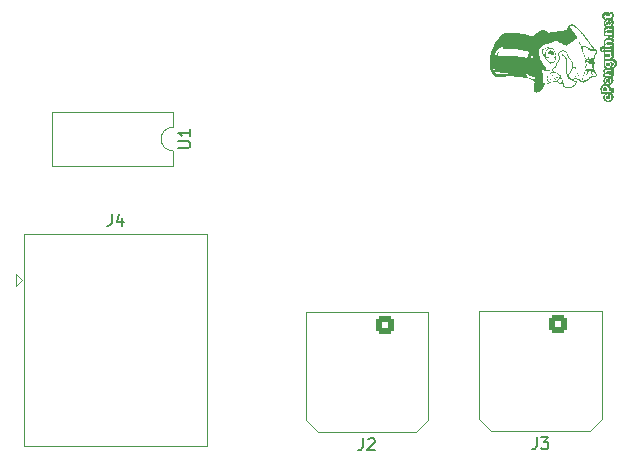
<source format=gto>
G04 #@! TF.GenerationSoftware,KiCad,Pcbnew,6.0.7*
G04 #@! TF.CreationDate,2022-09-24T12:03:36-05:00*
G04 #@! TF.ProjectId,pi-hat,70692d68-6174-42e6-9b69-6361645f7063,rev?*
G04 #@! TF.SameCoordinates,Original*
G04 #@! TF.FileFunction,Legend,Top*
G04 #@! TF.FilePolarity,Positive*
%FSLAX46Y46*%
G04 Gerber Fmt 4.6, Leading zero omitted, Abs format (unit mm)*
G04 Created by KiCad (PCBNEW 6.0.7) date 2022-09-24 12:03:36*
%MOMM*%
%LPD*%
G01*
G04 APERTURE LIST*
G04 Aperture macros list*
%AMRoundRect*
0 Rectangle with rounded corners*
0 $1 Rounding radius*
0 $2 $3 $4 $5 $6 $7 $8 $9 X,Y pos of 4 corners*
0 Add a 4 corners polygon primitive as box body*
4,1,4,$2,$3,$4,$5,$6,$7,$8,$9,$2,$3,0*
0 Add four circle primitives for the rounded corners*
1,1,$1+$1,$2,$3*
1,1,$1+$1,$4,$5*
1,1,$1+$1,$6,$7*
1,1,$1+$1,$8,$9*
0 Add four rect primitives between the rounded corners*
20,1,$1+$1,$2,$3,$4,$5,0*
20,1,$1+$1,$4,$5,$6,$7,0*
20,1,$1+$1,$6,$7,$8,$9,0*
20,1,$1+$1,$8,$9,$2,$3,0*%
G04 Aperture macros list end*
%ADD10C,0.150000*%
%ADD11C,0.010000*%
%ADD12C,0.120000*%
%ADD13C,2.700000*%
%ADD14C,3.200000*%
%ADD15R,1.500000X1.500000*%
%ADD16C,1.500000*%
%ADD17C,3.000000*%
%ADD18RoundRect,0.250001X0.499999X0.499999X-0.499999X0.499999X-0.499999X-0.499999X0.499999X-0.499999X0*%
%ADD19R,1.600000X2.400000*%
%ADD20O,1.600000X2.400000*%
%ADD21R,1.700000X1.700000*%
%ADD22O,1.700000X1.700000*%
G04 APERTURE END LIST*
D10*
X116029166Y-83702380D02*
X116029166Y-84416666D01*
X115981547Y-84559523D01*
X115886309Y-84654761D01*
X115743452Y-84702380D01*
X115648214Y-84702380D01*
X116933928Y-84035714D02*
X116933928Y-84702380D01*
X116695833Y-83654761D02*
X116457738Y-84369047D01*
X117076785Y-84369047D01*
X152016666Y-102587380D02*
X152016666Y-103301666D01*
X151969047Y-103444523D01*
X151873809Y-103539761D01*
X151730952Y-103587380D01*
X151635714Y-103587380D01*
X152397619Y-102587380D02*
X153016666Y-102587380D01*
X152683333Y-102968333D01*
X152826190Y-102968333D01*
X152921428Y-103015952D01*
X152969047Y-103063571D01*
X153016666Y-103158809D01*
X153016666Y-103396904D01*
X152969047Y-103492142D01*
X152921428Y-103539761D01*
X152826190Y-103587380D01*
X152540476Y-103587380D01*
X152445238Y-103539761D01*
X152397619Y-103492142D01*
X121682380Y-78096904D02*
X122491904Y-78096904D01*
X122587142Y-78049285D01*
X122634761Y-78001666D01*
X122682380Y-77906428D01*
X122682380Y-77715952D01*
X122634761Y-77620714D01*
X122587142Y-77573095D01*
X122491904Y-77525476D01*
X121682380Y-77525476D01*
X122682380Y-76525476D02*
X122682380Y-77096904D01*
X122682380Y-76811190D02*
X121682380Y-76811190D01*
X121825238Y-76906428D01*
X121920476Y-77001666D01*
X121968095Y-77096904D01*
X137316666Y-102672380D02*
X137316666Y-103386666D01*
X137269047Y-103529523D01*
X137173809Y-103624761D01*
X137030952Y-103672380D01*
X136935714Y-103672380D01*
X137745238Y-102767619D02*
X137792857Y-102720000D01*
X137888095Y-102672380D01*
X138126190Y-102672380D01*
X138221428Y-102720000D01*
X138269047Y-102767619D01*
X138316666Y-102862857D01*
X138316666Y-102958095D01*
X138269047Y-103100952D01*
X137697619Y-103672380D01*
X138316666Y-103672380D01*
G36*
X157697115Y-68236653D02*
G01*
X157694679Y-68047597D01*
X157750921Y-68047597D01*
X157756348Y-68130150D01*
X157783095Y-68238887D01*
X157786243Y-68249208D01*
X157789827Y-68287672D01*
X157777302Y-68296833D01*
X157762322Y-68316185D01*
X157754340Y-68367451D01*
X157753667Y-68392083D01*
X157753667Y-68487333D01*
X158367500Y-68487333D01*
X158367500Y-68296833D01*
X158189928Y-68296833D01*
X158067410Y-68290564D01*
X157983949Y-68271291D01*
X157938096Y-68238313D01*
X157928403Y-68190931D01*
X157932706Y-68172599D01*
X157958094Y-68132047D01*
X158007598Y-68105156D01*
X158086906Y-68090132D01*
X158201708Y-68085183D01*
X158210128Y-68085167D01*
X158367500Y-68085167D01*
X158367500Y-67894667D01*
X158161125Y-67892159D01*
X158029431Y-67891422D01*
X157985813Y-67892550D01*
X157933402Y-67893906D01*
X157866402Y-67901120D01*
X157821796Y-67914574D01*
X157792949Y-67935778D01*
X157773227Y-67966241D01*
X157766120Y-67982037D01*
X157750921Y-68047597D01*
X157694679Y-68047597D01*
X157693481Y-67954620D01*
X157766217Y-67874110D01*
X157808038Y-67822871D01*
X157819719Y-67793446D01*
X157809607Y-67782339D01*
X157777153Y-67752231D01*
X157743386Y-67693817D01*
X157713993Y-67620545D01*
X157694664Y-67545859D01*
X157690166Y-67499988D01*
X157698798Y-67438631D01*
X157757041Y-67438631D01*
X157757799Y-67543492D01*
X157786156Y-67643956D01*
X157839178Y-67727776D01*
X157889556Y-67770087D01*
X157985813Y-67804602D01*
X158095389Y-67800563D01*
X158192438Y-67768433D01*
X158282643Y-67706497D01*
X158341555Y-67621149D01*
X158366566Y-67520108D01*
X158355072Y-67411092D01*
X158332990Y-67352092D01*
X158297963Y-67295275D01*
X158256748Y-67251551D01*
X158218846Y-67229150D01*
X158195967Y-67233405D01*
X158177664Y-67270085D01*
X158166752Y-67321886D01*
X158165524Y-67370290D01*
X158175761Y-67396484D01*
X158196325Y-67431117D01*
X158196448Y-67485371D01*
X158180450Y-67544538D01*
X158152657Y-67593905D01*
X158117391Y-67618762D01*
X158110219Y-67619500D01*
X158102711Y-67599830D01*
X158096755Y-67546794D01*
X158093108Y-67469349D01*
X158092333Y-67407833D01*
X158091897Y-67311735D01*
X158089432Y-67250269D01*
X158083201Y-67215735D01*
X158071468Y-67200433D01*
X158052497Y-67196662D01*
X158044708Y-67196632D01*
X157969496Y-67211404D01*
X157889744Y-67248212D01*
X157836861Y-67286881D01*
X157821975Y-67297766D01*
X157786820Y-67341619D01*
X157757041Y-67438631D01*
X157698798Y-67438631D01*
X157700242Y-67428371D01*
X157725603Y-67348152D01*
X157738633Y-67319274D01*
X157766430Y-67262573D01*
X157775612Y-67232022D01*
X157766714Y-67216017D01*
X157743925Y-67204562D01*
X157707663Y-67169016D01*
X157694176Y-67128657D01*
X157678329Y-67083687D01*
X157636558Y-67065916D01*
X157630701Y-67065157D01*
X157598257Y-67057716D01*
X157578694Y-67037841D01*
X157566065Y-66995043D01*
X157556559Y-66934375D01*
X157552329Y-66896931D01*
X157605500Y-66896931D01*
X157616507Y-66972740D01*
X157651089Y-67014984D01*
X157704983Y-67026833D01*
X157740010Y-67034641D01*
X157752718Y-67066256D01*
X157753667Y-67090333D01*
X157757105Y-67131303D01*
X157775572Y-67149334D01*
X157821294Y-67153759D01*
X157836861Y-67153833D01*
X157892588Y-67149781D01*
X157918824Y-67133393D01*
X157926819Y-67107848D01*
X157933459Y-67084172D01*
X157950927Y-67070907D01*
X157988645Y-67065645D01*
X158056035Y-67065983D01*
X158087059Y-67066935D01*
X158191916Y-67067843D01*
X158263477Y-67060426D01*
X158310427Y-67041805D01*
X158341453Y-67009103D01*
X158357959Y-66977188D01*
X158383328Y-66901886D01*
X158383324Y-66837409D01*
X158366027Y-66779542D01*
X158330650Y-66706143D01*
X158290641Y-66669827D01*
X158238355Y-66665447D01*
X158207586Y-66672890D01*
X158150972Y-66696516D01*
X158136089Y-66720238D01*
X158155833Y-66741083D01*
X158176145Y-66774284D01*
X158169231Y-66818350D01*
X158138626Y-66855061D01*
X158133082Y-66858348D01*
X158078975Y-66871238D01*
X158007853Y-66868109D01*
X158006082Y-66867816D01*
X157952667Y-66855968D01*
X157929075Y-66835435D01*
X157923150Y-66792049D01*
X157923000Y-66770973D01*
X157919874Y-66717108D01*
X157905582Y-66693481D01*
X157872754Y-66688168D01*
X157871814Y-66688167D01*
X157801753Y-66696371D01*
X157764626Y-66724408D01*
X157753667Y-66777415D01*
X157753667Y-66777868D01*
X157750612Y-66819991D01*
X157733023Y-66834825D01*
X157688257Y-66831239D01*
X157679583Y-66829850D01*
X157631073Y-66824223D01*
X157610347Y-66836009D01*
X157605584Y-66875914D01*
X157605500Y-66896931D01*
X157552329Y-66896931D01*
X157548391Y-66862071D01*
X157550734Y-66816775D01*
X157566098Y-66783924D01*
X157586682Y-66759750D01*
X157624545Y-66724929D01*
X157651627Y-66709388D01*
X157652538Y-66709333D01*
X157677661Y-66694736D01*
X157714129Y-66659162D01*
X157717880Y-66654868D01*
X157754316Y-66622040D01*
X157802179Y-66602307D01*
X157875339Y-66590519D01*
X157896781Y-66588428D01*
X158028833Y-66576454D01*
X158028833Y-66664060D01*
X158033924Y-66724513D01*
X158050663Y-66749910D01*
X158059919Y-66751667D01*
X158081220Y-66737780D01*
X158078518Y-66719128D01*
X158082753Y-66675277D01*
X158123920Y-66629515D01*
X158197141Y-66586558D01*
X158229856Y-66572898D01*
X158313026Y-66552036D01*
X158374793Y-66564636D01*
X158422534Y-66613112D01*
X158438394Y-66641169D01*
X158479752Y-66760707D01*
X158479676Y-66872215D01*
X158438263Y-66975018D01*
X158378426Y-67047668D01*
X158303868Y-67119932D01*
X158366136Y-67184508D01*
X158439751Y-67287909D01*
X158473083Y-67400557D01*
X158465670Y-67517339D01*
X158417053Y-67633141D01*
X158407838Y-67647621D01*
X158368787Y-67701812D01*
X158336855Y-67737728D01*
X158323172Y-67746500D01*
X158304373Y-67762486D01*
X158304000Y-67766389D01*
X158322721Y-67780732D01*
X158369135Y-67791346D01*
X158383375Y-67792847D01*
X158462750Y-67799417D01*
X158469026Y-67930724D01*
X158468574Y-68021585D01*
X158452849Y-68083466D01*
X158415663Y-68121682D01*
X158350824Y-68141545D01*
X158252142Y-68148368D01*
X158215100Y-68148667D01*
X158124325Y-68151254D01*
X158073529Y-68157947D01*
X158060741Y-68167139D01*
X158083994Y-68177225D01*
X158141318Y-68186601D01*
X158230746Y-68193662D01*
X158272409Y-68195393D01*
X158462750Y-68201583D01*
X158469151Y-68325078D01*
X158468758Y-68400714D01*
X158460344Y-68457563D01*
X158451535Y-68477511D01*
X158438847Y-68510905D01*
X158448369Y-68562949D01*
X158455229Y-68583083D01*
X158471181Y-68639931D01*
X158466085Y-68683315D01*
X158445199Y-68725477D01*
X158422067Y-68770694D01*
X158421603Y-68794599D01*
X158440395Y-68809671D01*
X158464124Y-68844438D01*
X158474682Y-68905337D01*
X158472548Y-68978428D01*
X158458202Y-69049771D01*
X158432124Y-69105427D01*
X158430126Y-69108054D01*
X158404598Y-69135655D01*
X158374013Y-69152809D01*
X158327451Y-69162639D01*
X158253994Y-69168266D01*
X158213167Y-69170100D01*
X158039417Y-69177217D01*
X158230975Y-69181525D01*
X158318136Y-69185542D01*
X158389431Y-69192648D01*
X158434077Y-69201599D01*
X158442642Y-69205939D01*
X158448390Y-69232604D01*
X158453101Y-69297260D01*
X158456651Y-69395575D01*
X158458918Y-69523216D01*
X158459780Y-69675853D01*
X158459458Y-69799277D01*
X158456166Y-70372511D01*
X158401250Y-70444510D01*
X158367530Y-70490679D01*
X158348157Y-70521002D01*
X158346333Y-70525752D01*
X158365178Y-70533429D01*
X158412769Y-70542090D01*
X158439650Y-70545513D01*
X158551073Y-70577122D01*
X158640710Y-70639953D01*
X158704867Y-70726957D01*
X158739853Y-70831084D01*
X158741974Y-70945286D01*
X158708904Y-71059535D01*
X158672154Y-71119061D01*
X158615468Y-71188265D01*
X158561202Y-71242685D01*
X158503657Y-71296181D01*
X158471035Y-71335761D01*
X158456275Y-71375238D01*
X158452311Y-71428423D01*
X158452167Y-71455911D01*
X158447795Y-71534311D01*
X158430187Y-71587149D01*
X158392599Y-71619318D01*
X158328289Y-71635714D01*
X158230515Y-71641230D01*
X158196500Y-71641491D01*
X158106193Y-71643435D01*
X158056433Y-71649019D01*
X158045572Y-71658478D01*
X158050000Y-71662333D01*
X158084718Y-71671682D01*
X158149867Y-71678883D01*
X158233556Y-71682792D01*
X158266958Y-71683176D01*
X158452167Y-71683500D01*
X158452167Y-71814428D01*
X158448671Y-71896649D01*
X158435953Y-71950487D01*
X158410666Y-71989484D01*
X158408256Y-71992096D01*
X158364345Y-72038836D01*
X158408256Y-72124908D01*
X158441022Y-72221046D01*
X158451150Y-72326010D01*
X158437925Y-72422471D01*
X158422161Y-72462426D01*
X158377678Y-72526110D01*
X158313213Y-72594542D01*
X158242372Y-72654989D01*
X158178762Y-72694720D01*
X158170048Y-72698347D01*
X158110180Y-72720881D01*
X158153233Y-72790543D01*
X158185546Y-72859543D01*
X158208449Y-72937588D01*
X158210352Y-72948168D01*
X158224418Y-73036131D01*
X158333001Y-73042441D01*
X158441583Y-73048750D01*
X158447757Y-73199978D01*
X158449837Y-73280022D01*
X158445940Y-73329877D01*
X158433005Y-73361584D01*
X158407973Y-73387188D01*
X158398183Y-73395057D01*
X158342436Y-73438908D01*
X158390546Y-73506473D01*
X158430060Y-73590964D01*
X158447957Y-73686191D01*
X158449487Y-73765788D01*
X158434597Y-73828792D01*
X158402844Y-73891193D01*
X158322186Y-73997151D01*
X158225965Y-74073386D01*
X158120717Y-74119347D01*
X158018580Y-74133696D01*
X158012981Y-74134483D01*
X157909292Y-74118243D01*
X157816188Y-74070075D01*
X157740206Y-73989428D01*
X157716625Y-73949053D01*
X157677628Y-73828237D01*
X157677248Y-73774819D01*
X157732500Y-73774819D01*
X157749977Y-73889293D01*
X157799732Y-73979927D01*
X157877747Y-74042508D01*
X157980004Y-74072818D01*
X158018580Y-74075021D01*
X158127776Y-74056975D01*
X158222308Y-74006621D01*
X158294764Y-73930894D01*
X158337730Y-73836730D01*
X158346333Y-73768417D01*
X158327023Y-73663776D01*
X158298708Y-73609491D01*
X158250914Y-73549889D01*
X158206398Y-73512563D01*
X158173080Y-73503591D01*
X158166079Y-73507699D01*
X158156066Y-73539765D01*
X158153269Y-73598957D01*
X158157616Y-73670699D01*
X158167199Y-73732210D01*
X158170790Y-73794525D01*
X158146311Y-73841296D01*
X158144494Y-73843335D01*
X158110510Y-73874452D01*
X158089819Y-73884833D01*
X158081972Y-73865181D01*
X158074682Y-73812271D01*
X158068968Y-73735181D01*
X158066641Y-73678458D01*
X158060583Y-73472083D01*
X157986603Y-73479515D01*
X157877263Y-73506519D01*
X157798609Y-73562614D01*
X157750456Y-73648011D01*
X157732624Y-73762924D01*
X157732500Y-73774819D01*
X157677248Y-73774819D01*
X157676745Y-73703964D01*
X157712660Y-73585849D01*
X157779533Y-73488247D01*
X157824546Y-73440333D01*
X157497506Y-73440333D01*
X157462910Y-73360958D01*
X157443712Y-73298005D01*
X157427869Y-73212343D01*
X157419513Y-73131484D01*
X157418972Y-73110044D01*
X157465996Y-73110044D01*
X157487425Y-73238544D01*
X157493051Y-73257563D01*
X157515482Y-73322145D01*
X157535516Y-73366136D01*
X157547292Y-73379272D01*
X157572565Y-73378500D01*
X157633223Y-73377828D01*
X157722315Y-73377299D01*
X157832893Y-73376953D01*
X157954750Y-73376833D01*
X158346333Y-73376833D01*
X158346333Y-73144000D01*
X158118886Y-73144000D01*
X158108565Y-73036590D01*
X158080905Y-72924845D01*
X158026175Y-72835726D01*
X157994663Y-72808507D01*
X157951469Y-72771197D01*
X157863879Y-72733222D01*
X157770498Y-72723765D01*
X157678418Y-72744790D01*
X157594732Y-72798260D01*
X157531788Y-72876879D01*
X157480402Y-72993242D01*
X157465996Y-73110044D01*
X157418972Y-73110044D01*
X157417206Y-73039992D01*
X157424763Y-72973647D01*
X157444630Y-72915916D01*
X157454372Y-72895805D01*
X157519494Y-72796426D01*
X157603441Y-72708014D01*
X157691375Y-72645959D01*
X157751591Y-72614820D01*
X157710760Y-72524868D01*
X157676042Y-72401265D01*
X157677715Y-72364963D01*
X157736001Y-72364963D01*
X157738527Y-72399655D01*
X157768224Y-72505078D01*
X157825851Y-72585851D01*
X157903850Y-72640404D01*
X157994663Y-72667169D01*
X158090735Y-72664578D01*
X158184507Y-72631062D01*
X158268422Y-72565053D01*
X158305658Y-72517360D01*
X158335001Y-72443876D01*
X158345768Y-72353300D01*
X158336746Y-72266492D01*
X158322521Y-72227150D01*
X158291366Y-72178221D01*
X158251891Y-72130113D01*
X158215318Y-72095387D01*
X158196118Y-72085667D01*
X158175796Y-72104022D01*
X158158056Y-72147892D01*
X158146972Y-72200487D01*
X158146617Y-72245013D01*
X158153549Y-72261182D01*
X158172067Y-72303308D01*
X158175827Y-72363147D01*
X158165064Y-72418824D01*
X158151600Y-72441267D01*
X158118189Y-72467452D01*
X158095041Y-72465484D01*
X158080557Y-72431811D01*
X158073135Y-72362881D01*
X158071167Y-72262797D01*
X158071167Y-72058926D01*
X157985693Y-72070391D01*
X157877709Y-72102841D01*
X157798264Y-72165197D01*
X157750110Y-72253793D01*
X157736001Y-72364963D01*
X157677715Y-72364963D01*
X157681702Y-72278445D01*
X157726815Y-72163476D01*
X157765063Y-72109727D01*
X157803923Y-72060068D01*
X157812614Y-72033765D01*
X157790227Y-72023581D01*
X157754070Y-72022167D01*
X157732500Y-72016620D01*
X157704487Y-72009415D01*
X157684640Y-71979833D01*
X157732500Y-71979833D01*
X158346333Y-71979833D01*
X158346333Y-71789333D01*
X158188961Y-71789333D01*
X158074763Y-71785899D01*
X157996797Y-71774096D01*
X157949406Y-71751672D01*
X157926934Y-71716377D01*
X157923000Y-71683500D01*
X157931630Y-71638058D01*
X157961293Y-71607033D01*
X158017644Y-71588175D01*
X158106341Y-71579232D01*
X158188961Y-71577667D01*
X158346333Y-71577667D01*
X158346333Y-71387167D01*
X158161125Y-71382895D01*
X158041248Y-71380926D01*
X158035346Y-71380829D01*
X157944256Y-71382018D01*
X157880271Y-71387464D01*
X157835807Y-71398168D01*
X157803281Y-71415131D01*
X157781705Y-71432987D01*
X157741552Y-71498615D01*
X157734260Y-71585460D01*
X157760241Y-71687551D01*
X157763558Y-71695693D01*
X157781916Y-71745378D01*
X157781425Y-71770024D01*
X157763558Y-71781944D01*
X157740539Y-71813055D01*
X157732511Y-71883276D01*
X157732500Y-71886848D01*
X157732500Y-71979833D01*
X157684640Y-71979833D01*
X157677120Y-71968624D01*
X157670472Y-71895995D01*
X157677008Y-71826581D01*
X157685752Y-71760848D01*
X157689242Y-71715398D01*
X157687523Y-71671346D01*
X157680639Y-71609806D01*
X157677582Y-71585176D01*
X157671672Y-71522590D01*
X157677209Y-71479655D01*
X157700049Y-71440012D01*
X157746047Y-71387304D01*
X157749919Y-71383101D01*
X157796664Y-71330989D01*
X157817662Y-71300203D01*
X157816303Y-71281360D01*
X157795977Y-71265075D01*
X157793184Y-71263321D01*
X157757668Y-71227444D01*
X157721768Y-71170922D01*
X157713220Y-71153282D01*
X157699776Y-71118266D01*
X157690349Y-71078154D01*
X157686729Y-71045692D01*
X157737271Y-71045692D01*
X157746772Y-71096732D01*
X157775500Y-71148176D01*
X157778239Y-71152183D01*
X157849497Y-71227004D01*
X157939076Y-71279917D01*
X158031851Y-71302277D01*
X158041248Y-71302500D01*
X158115889Y-71285766D01*
X158193404Y-71242907D01*
X158256349Y-71184937D01*
X158276921Y-71153698D01*
X158299043Y-71075476D01*
X158301140Y-70982927D01*
X158282995Y-70899140D01*
X158279395Y-70890657D01*
X158264688Y-70840684D01*
X158281074Y-70818980D01*
X158330550Y-70823066D01*
X158333284Y-70823740D01*
X158400038Y-70857328D01*
X158441343Y-70911327D01*
X158453738Y-70974567D01*
X158433762Y-71035878D01*
X158407901Y-71064582D01*
X158374183Y-71098904D01*
X158347980Y-71144448D01*
X158322027Y-71214685D01*
X158314979Y-71236872D01*
X158307663Y-71269967D01*
X158321005Y-71281211D01*
X158364757Y-71276995D01*
X158373943Y-71275522D01*
X158481380Y-71239202D01*
X158563077Y-71169272D01*
X158604042Y-71102304D01*
X158632557Y-71002000D01*
X158631637Y-70897519D01*
X158602206Y-70804331D01*
X158584573Y-70776207D01*
X158546036Y-70730284D01*
X158503866Y-70696003D01*
X158451012Y-70671333D01*
X158380425Y-70654244D01*
X158285053Y-70642703D01*
X158157846Y-70634681D01*
X158081981Y-70631427D01*
X157928263Y-70625424D01*
X157750836Y-70618495D01*
X157753948Y-70743539D01*
X157753106Y-70835894D01*
X157747486Y-70931388D01*
X157742893Y-70974417D01*
X157737271Y-71045692D01*
X157686729Y-71045692D01*
X157684521Y-71025889D01*
X157681875Y-70954414D01*
X157681995Y-70856671D01*
X157684464Y-70725602D01*
X157685482Y-70683470D01*
X157689399Y-70532756D01*
X157694498Y-70419115D01*
X157703561Y-70337319D01*
X157705528Y-70330452D01*
X157730246Y-70330452D01*
X157736665Y-70430184D01*
X157743083Y-70529917D01*
X157928263Y-70536032D01*
X158069529Y-70535781D01*
X158175676Y-70523351D01*
X158252570Y-70497151D01*
X158306077Y-70455593D01*
X158326053Y-70428299D01*
X158362417Y-70338407D01*
X158357859Y-70249934D01*
X158334349Y-70191674D01*
X158315640Y-70142271D01*
X158323896Y-70121118D01*
X158336874Y-70097485D01*
X158344976Y-70045578D01*
X158346333Y-70009570D01*
X158346333Y-69905500D01*
X157753667Y-69905500D01*
X157753667Y-70117167D01*
X157910072Y-70117167D01*
X158001632Y-70119965D01*
X158062745Y-70129867D01*
X158105019Y-70149133D01*
X158116020Y-70157285D01*
X158149691Y-70192673D01*
X158152473Y-70230893D01*
X158144366Y-70257826D01*
X158132937Y-70286134D01*
X158116831Y-70304144D01*
X158087155Y-70314575D01*
X158035014Y-70320145D01*
X157951515Y-70323573D01*
X157926707Y-70324351D01*
X157730246Y-70330452D01*
X157705528Y-70330452D01*
X157719370Y-70282137D01*
X157744710Y-70248342D01*
X157782361Y-70230702D01*
X157835108Y-70223990D01*
X157905732Y-70222975D01*
X157930514Y-70223000D01*
X158020119Y-70220295D01*
X158069659Y-70213327D01*
X158080975Y-70203818D01*
X158055909Y-70193488D01*
X157996303Y-70184060D01*
X157904000Y-70177253D01*
X157880548Y-70176315D01*
X157700750Y-70170083D01*
X157694531Y-70016625D01*
X157690692Y-69942164D01*
X157686314Y-69887622D01*
X157682268Y-69863517D01*
X157681814Y-69863167D01*
X157659511Y-69869386D01*
X157614167Y-69884487D01*
X157610422Y-69885789D01*
X157553783Y-69890785D01*
X157535084Y-69892435D01*
X157466141Y-69865093D01*
X157411963Y-69812064D01*
X157380916Y-69741648D01*
X157381146Y-69701219D01*
X157436166Y-69701219D01*
X157451982Y-69765800D01*
X157491957Y-69817022D01*
X157544882Y-69841470D01*
X157553783Y-69842000D01*
X157612208Y-69824795D01*
X157616880Y-69820833D01*
X157753667Y-69820833D01*
X158346333Y-69820833D01*
X158346333Y-69609167D01*
X157753667Y-69609167D01*
X157753667Y-69820833D01*
X157616880Y-69820833D01*
X157662195Y-69782406D01*
X157688878Y-69728675D01*
X157690167Y-69715000D01*
X157675801Y-69668922D01*
X157647833Y-69630333D01*
X157589812Y-69595307D01*
X157528218Y-69592170D01*
X157474878Y-69616962D01*
X157441617Y-69665723D01*
X157436166Y-69701219D01*
X157381146Y-69701219D01*
X157381368Y-69662145D01*
X157382064Y-69659271D01*
X157420963Y-69582530D01*
X157487912Y-69521342D01*
X157569235Y-69486440D01*
X157607738Y-69482167D01*
X157690167Y-69482167D01*
X157692601Y-69360458D01*
X157693234Y-69265757D01*
X157692126Y-69160603D01*
X157690863Y-69110148D01*
X157690889Y-69092689D01*
X157742326Y-69092689D01*
X157755196Y-69163390D01*
X157762676Y-69187959D01*
X157779015Y-69248497D01*
X157778831Y-69283484D01*
X157774246Y-69288139D01*
X157762346Y-69311512D01*
X157754914Y-69363237D01*
X157753667Y-69399264D01*
X157753667Y-69503333D01*
X158046472Y-69503333D01*
X158153901Y-69502295D01*
X158245871Y-69499448D01*
X158314233Y-69495191D01*
X158350835Y-69489925D01*
X158354385Y-69488226D01*
X158362517Y-69459255D01*
X158364178Y-69405687D01*
X158363204Y-69387685D01*
X158356917Y-69302250D01*
X158167519Y-69296073D01*
X158079693Y-69290864D01*
X158006622Y-69282214D01*
X157959708Y-69271651D01*
X157950560Y-69267023D01*
X157924879Y-69222383D01*
X157937271Y-69168357D01*
X157958030Y-69139875D01*
X157982838Y-69120549D01*
X158020812Y-69108763D01*
X158081485Y-69102857D01*
X158174391Y-69101170D01*
X158180280Y-69101167D01*
X158367500Y-69101167D01*
X158367500Y-68914467D01*
X158229333Y-68902958D01*
X158186279Y-68899371D01*
X158035832Y-68891555D01*
X157921488Y-68897337D01*
X157838823Y-68918090D01*
X157783409Y-68955186D01*
X157750823Y-69009997D01*
X157743296Y-69036696D01*
X157742326Y-69092689D01*
X157690889Y-69092689D01*
X157690977Y-69033221D01*
X157700576Y-68981570D01*
X157724289Y-68938415D01*
X157745649Y-68911478D01*
X157832490Y-68836337D01*
X157935176Y-68792416D01*
X158004973Y-68783667D01*
X158044689Y-68780844D01*
X158060079Y-68764270D01*
X158058738Y-68721791D01*
X158057060Y-68708790D01*
X158116934Y-68708790D01*
X158135411Y-68763892D01*
X158173887Y-68797507D01*
X158229333Y-68805279D01*
X158288570Y-68791080D01*
X158338415Y-68758781D01*
X158365689Y-68712255D01*
X158367500Y-68695720D01*
X158353244Y-68652299D01*
X158325167Y-68614333D01*
X158265130Y-68576418D01*
X158205888Y-68573527D01*
X158155841Y-68599039D01*
X158123390Y-68646333D01*
X158116934Y-68708790D01*
X158057060Y-68708790D01*
X158056150Y-68701744D01*
X158054374Y-68641116D01*
X158066597Y-68606868D01*
X158068748Y-68605245D01*
X158092702Y-68580631D01*
X158075940Y-68562486D01*
X158019674Y-68551445D01*
X157960042Y-68548329D01*
X157877739Y-68544765D01*
X157803090Y-68538171D01*
X157764250Y-68532255D01*
X157753667Y-68529994D01*
X157700750Y-68518686D01*
X157697115Y-68236653D01*
G37*
D11*
X157697115Y-68236653D02*
X157694679Y-68047597D01*
X157750921Y-68047597D01*
X157756348Y-68130150D01*
X157783095Y-68238887D01*
X157786243Y-68249208D01*
X157789827Y-68287672D01*
X157777302Y-68296833D01*
X157762322Y-68316185D01*
X157754340Y-68367451D01*
X157753667Y-68392083D01*
X157753667Y-68487333D01*
X158367500Y-68487333D01*
X158367500Y-68296833D01*
X158189928Y-68296833D01*
X158067410Y-68290564D01*
X157983949Y-68271291D01*
X157938096Y-68238313D01*
X157928403Y-68190931D01*
X157932706Y-68172599D01*
X157958094Y-68132047D01*
X158007598Y-68105156D01*
X158086906Y-68090132D01*
X158201708Y-68085183D01*
X158210128Y-68085167D01*
X158367500Y-68085167D01*
X158367500Y-67894667D01*
X158161125Y-67892159D01*
X158029431Y-67891422D01*
X157985813Y-67892550D01*
X157933402Y-67893906D01*
X157866402Y-67901120D01*
X157821796Y-67914574D01*
X157792949Y-67935778D01*
X157773227Y-67966241D01*
X157766120Y-67982037D01*
X157750921Y-68047597D01*
X157694679Y-68047597D01*
X157693481Y-67954620D01*
X157766217Y-67874110D01*
X157808038Y-67822871D01*
X157819719Y-67793446D01*
X157809607Y-67782339D01*
X157777153Y-67752231D01*
X157743386Y-67693817D01*
X157713993Y-67620545D01*
X157694664Y-67545859D01*
X157690166Y-67499988D01*
X157698798Y-67438631D01*
X157757041Y-67438631D01*
X157757799Y-67543492D01*
X157786156Y-67643956D01*
X157839178Y-67727776D01*
X157889556Y-67770087D01*
X157985813Y-67804602D01*
X158095389Y-67800563D01*
X158192438Y-67768433D01*
X158282643Y-67706497D01*
X158341555Y-67621149D01*
X158366566Y-67520108D01*
X158355072Y-67411092D01*
X158332990Y-67352092D01*
X158297963Y-67295275D01*
X158256748Y-67251551D01*
X158218846Y-67229150D01*
X158195967Y-67233405D01*
X158177664Y-67270085D01*
X158166752Y-67321886D01*
X158165524Y-67370290D01*
X158175761Y-67396484D01*
X158196325Y-67431117D01*
X158196448Y-67485371D01*
X158180450Y-67544538D01*
X158152657Y-67593905D01*
X158117391Y-67618762D01*
X158110219Y-67619500D01*
X158102711Y-67599830D01*
X158096755Y-67546794D01*
X158093108Y-67469349D01*
X158092333Y-67407833D01*
X158091897Y-67311735D01*
X158089432Y-67250269D01*
X158083201Y-67215735D01*
X158071468Y-67200433D01*
X158052497Y-67196662D01*
X158044708Y-67196632D01*
X157969496Y-67211404D01*
X157889744Y-67248212D01*
X157836861Y-67286881D01*
X157821975Y-67297766D01*
X157786820Y-67341619D01*
X157757041Y-67438631D01*
X157698798Y-67438631D01*
X157700242Y-67428371D01*
X157725603Y-67348152D01*
X157738633Y-67319274D01*
X157766430Y-67262573D01*
X157775612Y-67232022D01*
X157766714Y-67216017D01*
X157743925Y-67204562D01*
X157707663Y-67169016D01*
X157694176Y-67128657D01*
X157678329Y-67083687D01*
X157636558Y-67065916D01*
X157630701Y-67065157D01*
X157598257Y-67057716D01*
X157578694Y-67037841D01*
X157566065Y-66995043D01*
X157556559Y-66934375D01*
X157552329Y-66896931D01*
X157605500Y-66896931D01*
X157616507Y-66972740D01*
X157651089Y-67014984D01*
X157704983Y-67026833D01*
X157740010Y-67034641D01*
X157752718Y-67066256D01*
X157753667Y-67090333D01*
X157757105Y-67131303D01*
X157775572Y-67149334D01*
X157821294Y-67153759D01*
X157836861Y-67153833D01*
X157892588Y-67149781D01*
X157918824Y-67133393D01*
X157926819Y-67107848D01*
X157933459Y-67084172D01*
X157950927Y-67070907D01*
X157988645Y-67065645D01*
X158056035Y-67065983D01*
X158087059Y-67066935D01*
X158191916Y-67067843D01*
X158263477Y-67060426D01*
X158310427Y-67041805D01*
X158341453Y-67009103D01*
X158357959Y-66977188D01*
X158383328Y-66901886D01*
X158383324Y-66837409D01*
X158366027Y-66779542D01*
X158330650Y-66706143D01*
X158290641Y-66669827D01*
X158238355Y-66665447D01*
X158207586Y-66672890D01*
X158150972Y-66696516D01*
X158136089Y-66720238D01*
X158155833Y-66741083D01*
X158176145Y-66774284D01*
X158169231Y-66818350D01*
X158138626Y-66855061D01*
X158133082Y-66858348D01*
X158078975Y-66871238D01*
X158007853Y-66868109D01*
X158006082Y-66867816D01*
X157952667Y-66855968D01*
X157929075Y-66835435D01*
X157923150Y-66792049D01*
X157923000Y-66770973D01*
X157919874Y-66717108D01*
X157905582Y-66693481D01*
X157872754Y-66688168D01*
X157871814Y-66688167D01*
X157801753Y-66696371D01*
X157764626Y-66724408D01*
X157753667Y-66777415D01*
X157753667Y-66777868D01*
X157750612Y-66819991D01*
X157733023Y-66834825D01*
X157688257Y-66831239D01*
X157679583Y-66829850D01*
X157631073Y-66824223D01*
X157610347Y-66836009D01*
X157605584Y-66875914D01*
X157605500Y-66896931D01*
X157552329Y-66896931D01*
X157548391Y-66862071D01*
X157550734Y-66816775D01*
X157566098Y-66783924D01*
X157586682Y-66759750D01*
X157624545Y-66724929D01*
X157651627Y-66709388D01*
X157652538Y-66709333D01*
X157677661Y-66694736D01*
X157714129Y-66659162D01*
X157717880Y-66654868D01*
X157754316Y-66622040D01*
X157802179Y-66602307D01*
X157875339Y-66590519D01*
X157896781Y-66588428D01*
X158028833Y-66576454D01*
X158028833Y-66664060D01*
X158033924Y-66724513D01*
X158050663Y-66749910D01*
X158059919Y-66751667D01*
X158081220Y-66737780D01*
X158078518Y-66719128D01*
X158082753Y-66675277D01*
X158123920Y-66629515D01*
X158197141Y-66586558D01*
X158229856Y-66572898D01*
X158313026Y-66552036D01*
X158374793Y-66564636D01*
X158422534Y-66613112D01*
X158438394Y-66641169D01*
X158479752Y-66760707D01*
X158479676Y-66872215D01*
X158438263Y-66975018D01*
X158378426Y-67047668D01*
X158303868Y-67119932D01*
X158366136Y-67184508D01*
X158439751Y-67287909D01*
X158473083Y-67400557D01*
X158465670Y-67517339D01*
X158417053Y-67633141D01*
X158407838Y-67647621D01*
X158368787Y-67701812D01*
X158336855Y-67737728D01*
X158323172Y-67746500D01*
X158304373Y-67762486D01*
X158304000Y-67766389D01*
X158322721Y-67780732D01*
X158369135Y-67791346D01*
X158383375Y-67792847D01*
X158462750Y-67799417D01*
X158469026Y-67930724D01*
X158468574Y-68021585D01*
X158452849Y-68083466D01*
X158415663Y-68121682D01*
X158350824Y-68141545D01*
X158252142Y-68148368D01*
X158215100Y-68148667D01*
X158124325Y-68151254D01*
X158073529Y-68157947D01*
X158060741Y-68167139D01*
X158083994Y-68177225D01*
X158141318Y-68186601D01*
X158230746Y-68193662D01*
X158272409Y-68195393D01*
X158462750Y-68201583D01*
X158469151Y-68325078D01*
X158468758Y-68400714D01*
X158460344Y-68457563D01*
X158451535Y-68477511D01*
X158438847Y-68510905D01*
X158448369Y-68562949D01*
X158455229Y-68583083D01*
X158471181Y-68639931D01*
X158466085Y-68683315D01*
X158445199Y-68725477D01*
X158422067Y-68770694D01*
X158421603Y-68794599D01*
X158440395Y-68809671D01*
X158464124Y-68844438D01*
X158474682Y-68905337D01*
X158472548Y-68978428D01*
X158458202Y-69049771D01*
X158432124Y-69105427D01*
X158430126Y-69108054D01*
X158404598Y-69135655D01*
X158374013Y-69152809D01*
X158327451Y-69162639D01*
X158253994Y-69168266D01*
X158213167Y-69170100D01*
X158039417Y-69177217D01*
X158230975Y-69181525D01*
X158318136Y-69185542D01*
X158389431Y-69192648D01*
X158434077Y-69201599D01*
X158442642Y-69205939D01*
X158448390Y-69232604D01*
X158453101Y-69297260D01*
X158456651Y-69395575D01*
X158458918Y-69523216D01*
X158459780Y-69675853D01*
X158459458Y-69799277D01*
X158456166Y-70372511D01*
X158401250Y-70444510D01*
X158367530Y-70490679D01*
X158348157Y-70521002D01*
X158346333Y-70525752D01*
X158365178Y-70533429D01*
X158412769Y-70542090D01*
X158439650Y-70545513D01*
X158551073Y-70577122D01*
X158640710Y-70639953D01*
X158704867Y-70726957D01*
X158739853Y-70831084D01*
X158741974Y-70945286D01*
X158708904Y-71059535D01*
X158672154Y-71119061D01*
X158615468Y-71188265D01*
X158561202Y-71242685D01*
X158503657Y-71296181D01*
X158471035Y-71335761D01*
X158456275Y-71375238D01*
X158452311Y-71428423D01*
X158452167Y-71455911D01*
X158447795Y-71534311D01*
X158430187Y-71587149D01*
X158392599Y-71619318D01*
X158328289Y-71635714D01*
X158230515Y-71641230D01*
X158196500Y-71641491D01*
X158106193Y-71643435D01*
X158056433Y-71649019D01*
X158045572Y-71658478D01*
X158050000Y-71662333D01*
X158084718Y-71671682D01*
X158149867Y-71678883D01*
X158233556Y-71682792D01*
X158266958Y-71683176D01*
X158452167Y-71683500D01*
X158452167Y-71814428D01*
X158448671Y-71896649D01*
X158435953Y-71950487D01*
X158410666Y-71989484D01*
X158408256Y-71992096D01*
X158364345Y-72038836D01*
X158408256Y-72124908D01*
X158441022Y-72221046D01*
X158451150Y-72326010D01*
X158437925Y-72422471D01*
X158422161Y-72462426D01*
X158377678Y-72526110D01*
X158313213Y-72594542D01*
X158242372Y-72654989D01*
X158178762Y-72694720D01*
X158170048Y-72698347D01*
X158110180Y-72720881D01*
X158153233Y-72790543D01*
X158185546Y-72859543D01*
X158208449Y-72937588D01*
X158210352Y-72948168D01*
X158224418Y-73036131D01*
X158333001Y-73042441D01*
X158441583Y-73048750D01*
X158447757Y-73199978D01*
X158449837Y-73280022D01*
X158445940Y-73329877D01*
X158433005Y-73361584D01*
X158407973Y-73387188D01*
X158398183Y-73395057D01*
X158342436Y-73438908D01*
X158390546Y-73506473D01*
X158430060Y-73590964D01*
X158447957Y-73686191D01*
X158449487Y-73765788D01*
X158434597Y-73828792D01*
X158402844Y-73891193D01*
X158322186Y-73997151D01*
X158225965Y-74073386D01*
X158120717Y-74119347D01*
X158018580Y-74133696D01*
X158012981Y-74134483D01*
X157909292Y-74118243D01*
X157816188Y-74070075D01*
X157740206Y-73989428D01*
X157716625Y-73949053D01*
X157677628Y-73828237D01*
X157677248Y-73774819D01*
X157732500Y-73774819D01*
X157749977Y-73889293D01*
X157799732Y-73979927D01*
X157877747Y-74042508D01*
X157980004Y-74072818D01*
X158018580Y-74075021D01*
X158127776Y-74056975D01*
X158222308Y-74006621D01*
X158294764Y-73930894D01*
X158337730Y-73836730D01*
X158346333Y-73768417D01*
X158327023Y-73663776D01*
X158298708Y-73609491D01*
X158250914Y-73549889D01*
X158206398Y-73512563D01*
X158173080Y-73503591D01*
X158166079Y-73507699D01*
X158156066Y-73539765D01*
X158153269Y-73598957D01*
X158157616Y-73670699D01*
X158167199Y-73732210D01*
X158170790Y-73794525D01*
X158146311Y-73841296D01*
X158144494Y-73843335D01*
X158110510Y-73874452D01*
X158089819Y-73884833D01*
X158081972Y-73865181D01*
X158074682Y-73812271D01*
X158068968Y-73735181D01*
X158066641Y-73678458D01*
X158060583Y-73472083D01*
X157986603Y-73479515D01*
X157877263Y-73506519D01*
X157798609Y-73562614D01*
X157750456Y-73648011D01*
X157732624Y-73762924D01*
X157732500Y-73774819D01*
X157677248Y-73774819D01*
X157676745Y-73703964D01*
X157712660Y-73585849D01*
X157779533Y-73488247D01*
X157824546Y-73440333D01*
X157497506Y-73440333D01*
X157462910Y-73360958D01*
X157443712Y-73298005D01*
X157427869Y-73212343D01*
X157419513Y-73131484D01*
X157418972Y-73110044D01*
X157465996Y-73110044D01*
X157487425Y-73238544D01*
X157493051Y-73257563D01*
X157515482Y-73322145D01*
X157535516Y-73366136D01*
X157547292Y-73379272D01*
X157572565Y-73378500D01*
X157633223Y-73377828D01*
X157722315Y-73377299D01*
X157832893Y-73376953D01*
X157954750Y-73376833D01*
X158346333Y-73376833D01*
X158346333Y-73144000D01*
X158118886Y-73144000D01*
X158108565Y-73036590D01*
X158080905Y-72924845D01*
X158026175Y-72835726D01*
X157994663Y-72808507D01*
X157951469Y-72771197D01*
X157863879Y-72733222D01*
X157770498Y-72723765D01*
X157678418Y-72744790D01*
X157594732Y-72798260D01*
X157531788Y-72876879D01*
X157480402Y-72993242D01*
X157465996Y-73110044D01*
X157418972Y-73110044D01*
X157417206Y-73039992D01*
X157424763Y-72973647D01*
X157444630Y-72915916D01*
X157454372Y-72895805D01*
X157519494Y-72796426D01*
X157603441Y-72708014D01*
X157691375Y-72645959D01*
X157751591Y-72614820D01*
X157710760Y-72524868D01*
X157676042Y-72401265D01*
X157677715Y-72364963D01*
X157736001Y-72364963D01*
X157738527Y-72399655D01*
X157768224Y-72505078D01*
X157825851Y-72585851D01*
X157903850Y-72640404D01*
X157994663Y-72667169D01*
X158090735Y-72664578D01*
X158184507Y-72631062D01*
X158268422Y-72565053D01*
X158305658Y-72517360D01*
X158335001Y-72443876D01*
X158345768Y-72353300D01*
X158336746Y-72266492D01*
X158322521Y-72227150D01*
X158291366Y-72178221D01*
X158251891Y-72130113D01*
X158215318Y-72095387D01*
X158196118Y-72085667D01*
X158175796Y-72104022D01*
X158158056Y-72147892D01*
X158146972Y-72200487D01*
X158146617Y-72245013D01*
X158153549Y-72261182D01*
X158172067Y-72303308D01*
X158175827Y-72363147D01*
X158165064Y-72418824D01*
X158151600Y-72441267D01*
X158118189Y-72467452D01*
X158095041Y-72465484D01*
X158080557Y-72431811D01*
X158073135Y-72362881D01*
X158071167Y-72262797D01*
X158071167Y-72058926D01*
X157985693Y-72070391D01*
X157877709Y-72102841D01*
X157798264Y-72165197D01*
X157750110Y-72253793D01*
X157736001Y-72364963D01*
X157677715Y-72364963D01*
X157681702Y-72278445D01*
X157726815Y-72163476D01*
X157765063Y-72109727D01*
X157803923Y-72060068D01*
X157812614Y-72033765D01*
X157790227Y-72023581D01*
X157754070Y-72022167D01*
X157732500Y-72016620D01*
X157704487Y-72009415D01*
X157684640Y-71979833D01*
X157732500Y-71979833D01*
X158346333Y-71979833D01*
X158346333Y-71789333D01*
X158188961Y-71789333D01*
X158074763Y-71785899D01*
X157996797Y-71774096D01*
X157949406Y-71751672D01*
X157926934Y-71716377D01*
X157923000Y-71683500D01*
X157931630Y-71638058D01*
X157961293Y-71607033D01*
X158017644Y-71588175D01*
X158106341Y-71579232D01*
X158188961Y-71577667D01*
X158346333Y-71577667D01*
X158346333Y-71387167D01*
X158161125Y-71382895D01*
X158041248Y-71380926D01*
X158035346Y-71380829D01*
X157944256Y-71382018D01*
X157880271Y-71387464D01*
X157835807Y-71398168D01*
X157803281Y-71415131D01*
X157781705Y-71432987D01*
X157741552Y-71498615D01*
X157734260Y-71585460D01*
X157760241Y-71687551D01*
X157763558Y-71695693D01*
X157781916Y-71745378D01*
X157781425Y-71770024D01*
X157763558Y-71781944D01*
X157740539Y-71813055D01*
X157732511Y-71883276D01*
X157732500Y-71886848D01*
X157732500Y-71979833D01*
X157684640Y-71979833D01*
X157677120Y-71968624D01*
X157670472Y-71895995D01*
X157677008Y-71826581D01*
X157685752Y-71760848D01*
X157689242Y-71715398D01*
X157687523Y-71671346D01*
X157680639Y-71609806D01*
X157677582Y-71585176D01*
X157671672Y-71522590D01*
X157677209Y-71479655D01*
X157700049Y-71440012D01*
X157746047Y-71387304D01*
X157749919Y-71383101D01*
X157796664Y-71330989D01*
X157817662Y-71300203D01*
X157816303Y-71281360D01*
X157795977Y-71265075D01*
X157793184Y-71263321D01*
X157757668Y-71227444D01*
X157721768Y-71170922D01*
X157713220Y-71153282D01*
X157699776Y-71118266D01*
X157690349Y-71078154D01*
X157686729Y-71045692D01*
X157737271Y-71045692D01*
X157746772Y-71096732D01*
X157775500Y-71148176D01*
X157778239Y-71152183D01*
X157849497Y-71227004D01*
X157939076Y-71279917D01*
X158031851Y-71302277D01*
X158041248Y-71302500D01*
X158115889Y-71285766D01*
X158193404Y-71242907D01*
X158256349Y-71184937D01*
X158276921Y-71153698D01*
X158299043Y-71075476D01*
X158301140Y-70982927D01*
X158282995Y-70899140D01*
X158279395Y-70890657D01*
X158264688Y-70840684D01*
X158281074Y-70818980D01*
X158330550Y-70823066D01*
X158333284Y-70823740D01*
X158400038Y-70857328D01*
X158441343Y-70911327D01*
X158453738Y-70974567D01*
X158433762Y-71035878D01*
X158407901Y-71064582D01*
X158374183Y-71098904D01*
X158347980Y-71144448D01*
X158322027Y-71214685D01*
X158314979Y-71236872D01*
X158307663Y-71269967D01*
X158321005Y-71281211D01*
X158364757Y-71276995D01*
X158373943Y-71275522D01*
X158481380Y-71239202D01*
X158563077Y-71169272D01*
X158604042Y-71102304D01*
X158632557Y-71002000D01*
X158631637Y-70897519D01*
X158602206Y-70804331D01*
X158584573Y-70776207D01*
X158546036Y-70730284D01*
X158503866Y-70696003D01*
X158451012Y-70671333D01*
X158380425Y-70654244D01*
X158285053Y-70642703D01*
X158157846Y-70634681D01*
X158081981Y-70631427D01*
X157928263Y-70625424D01*
X157750836Y-70618495D01*
X157753948Y-70743539D01*
X157753106Y-70835894D01*
X157747486Y-70931388D01*
X157742893Y-70974417D01*
X157737271Y-71045692D01*
X157686729Y-71045692D01*
X157684521Y-71025889D01*
X157681875Y-70954414D01*
X157681995Y-70856671D01*
X157684464Y-70725602D01*
X157685482Y-70683470D01*
X157689399Y-70532756D01*
X157694498Y-70419115D01*
X157703561Y-70337319D01*
X157705528Y-70330452D01*
X157730246Y-70330452D01*
X157736665Y-70430184D01*
X157743083Y-70529917D01*
X157928263Y-70536032D01*
X158069529Y-70535781D01*
X158175676Y-70523351D01*
X158252570Y-70497151D01*
X158306077Y-70455593D01*
X158326053Y-70428299D01*
X158362417Y-70338407D01*
X158357859Y-70249934D01*
X158334349Y-70191674D01*
X158315640Y-70142271D01*
X158323896Y-70121118D01*
X158336874Y-70097485D01*
X158344976Y-70045578D01*
X158346333Y-70009570D01*
X158346333Y-69905500D01*
X157753667Y-69905500D01*
X157753667Y-70117167D01*
X157910072Y-70117167D01*
X158001632Y-70119965D01*
X158062745Y-70129867D01*
X158105019Y-70149133D01*
X158116020Y-70157285D01*
X158149691Y-70192673D01*
X158152473Y-70230893D01*
X158144366Y-70257826D01*
X158132937Y-70286134D01*
X158116831Y-70304144D01*
X158087155Y-70314575D01*
X158035014Y-70320145D01*
X157951515Y-70323573D01*
X157926707Y-70324351D01*
X157730246Y-70330452D01*
X157705528Y-70330452D01*
X157719370Y-70282137D01*
X157744710Y-70248342D01*
X157782361Y-70230702D01*
X157835108Y-70223990D01*
X157905732Y-70222975D01*
X157930514Y-70223000D01*
X158020119Y-70220295D01*
X158069659Y-70213327D01*
X158080975Y-70203818D01*
X158055909Y-70193488D01*
X157996303Y-70184060D01*
X157904000Y-70177253D01*
X157880548Y-70176315D01*
X157700750Y-70170083D01*
X157694531Y-70016625D01*
X157690692Y-69942164D01*
X157686314Y-69887622D01*
X157682268Y-69863517D01*
X157681814Y-69863167D01*
X157659511Y-69869386D01*
X157614167Y-69884487D01*
X157610422Y-69885789D01*
X157553783Y-69890785D01*
X157535084Y-69892435D01*
X157466141Y-69865093D01*
X157411963Y-69812064D01*
X157380916Y-69741648D01*
X157381146Y-69701219D01*
X157436166Y-69701219D01*
X157451982Y-69765800D01*
X157491957Y-69817022D01*
X157544882Y-69841470D01*
X157553783Y-69842000D01*
X157612208Y-69824795D01*
X157616880Y-69820833D01*
X157753667Y-69820833D01*
X158346333Y-69820833D01*
X158346333Y-69609167D01*
X157753667Y-69609167D01*
X157753667Y-69820833D01*
X157616880Y-69820833D01*
X157662195Y-69782406D01*
X157688878Y-69728675D01*
X157690167Y-69715000D01*
X157675801Y-69668922D01*
X157647833Y-69630333D01*
X157589812Y-69595307D01*
X157528218Y-69592170D01*
X157474878Y-69616962D01*
X157441617Y-69665723D01*
X157436166Y-69701219D01*
X157381146Y-69701219D01*
X157381368Y-69662145D01*
X157382064Y-69659271D01*
X157420963Y-69582530D01*
X157487912Y-69521342D01*
X157569235Y-69486440D01*
X157607738Y-69482167D01*
X157690167Y-69482167D01*
X157692601Y-69360458D01*
X157693234Y-69265757D01*
X157692126Y-69160603D01*
X157690863Y-69110148D01*
X157690889Y-69092689D01*
X157742326Y-69092689D01*
X157755196Y-69163390D01*
X157762676Y-69187959D01*
X157779015Y-69248497D01*
X157778831Y-69283484D01*
X157774246Y-69288139D01*
X157762346Y-69311512D01*
X157754914Y-69363237D01*
X157753667Y-69399264D01*
X157753667Y-69503333D01*
X158046472Y-69503333D01*
X158153901Y-69502295D01*
X158245871Y-69499448D01*
X158314233Y-69495191D01*
X158350835Y-69489925D01*
X158354385Y-69488226D01*
X158362517Y-69459255D01*
X158364178Y-69405687D01*
X158363204Y-69387685D01*
X158356917Y-69302250D01*
X158167519Y-69296073D01*
X158079693Y-69290864D01*
X158006622Y-69282214D01*
X157959708Y-69271651D01*
X157950560Y-69267023D01*
X157924879Y-69222383D01*
X157937271Y-69168357D01*
X157958030Y-69139875D01*
X157982838Y-69120549D01*
X158020812Y-69108763D01*
X158081485Y-69102857D01*
X158174391Y-69101170D01*
X158180280Y-69101167D01*
X158367500Y-69101167D01*
X158367500Y-68914467D01*
X158229333Y-68902958D01*
X158186279Y-68899371D01*
X158035832Y-68891555D01*
X157921488Y-68897337D01*
X157838823Y-68918090D01*
X157783409Y-68955186D01*
X157750823Y-69009997D01*
X157743296Y-69036696D01*
X157742326Y-69092689D01*
X157690889Y-69092689D01*
X157690977Y-69033221D01*
X157700576Y-68981570D01*
X157724289Y-68938415D01*
X157745649Y-68911478D01*
X157832490Y-68836337D01*
X157935176Y-68792416D01*
X158004973Y-68783667D01*
X158044689Y-68780844D01*
X158060079Y-68764270D01*
X158058738Y-68721791D01*
X158057060Y-68708790D01*
X158116934Y-68708790D01*
X158135411Y-68763892D01*
X158173887Y-68797507D01*
X158229333Y-68805279D01*
X158288570Y-68791080D01*
X158338415Y-68758781D01*
X158365689Y-68712255D01*
X158367500Y-68695720D01*
X158353244Y-68652299D01*
X158325167Y-68614333D01*
X158265130Y-68576418D01*
X158205888Y-68573527D01*
X158155841Y-68599039D01*
X158123390Y-68646333D01*
X158116934Y-68708790D01*
X158057060Y-68708790D01*
X158056150Y-68701744D01*
X158054374Y-68641116D01*
X158066597Y-68606868D01*
X158068748Y-68605245D01*
X158092702Y-68580631D01*
X158075940Y-68562486D01*
X158019674Y-68551445D01*
X157960042Y-68548329D01*
X157877739Y-68544765D01*
X157803090Y-68538171D01*
X157764250Y-68532255D01*
X157753667Y-68529994D01*
X157700750Y-68518686D01*
X157697115Y-68236653D01*
G36*
X158003913Y-71096965D02*
G01*
X157949096Y-71076918D01*
X157911520Y-71032163D01*
X157901833Y-70985000D01*
X157910151Y-70953250D01*
X158007667Y-70953250D01*
X158025551Y-70979043D01*
X158052592Y-70985000D01*
X158083169Y-70980366D01*
X158077028Y-70960610D01*
X158071167Y-70953250D01*
X158040611Y-70926642D01*
X158026241Y-70921500D01*
X158009751Y-70938682D01*
X158007667Y-70953250D01*
X157910151Y-70953250D01*
X157918765Y-70920373D01*
X157967354Y-70882660D01*
X158022328Y-70873875D01*
X158071724Y-70888520D01*
X158120067Y-70923634D01*
X158151457Y-70965980D01*
X158155833Y-70985000D01*
X158143751Y-71011902D01*
X158117512Y-71048801D01*
X158064032Y-71088770D01*
X158052592Y-71090329D01*
X158003913Y-71096965D01*
G37*
X158003913Y-71096965D02*
X157949096Y-71076918D01*
X157911520Y-71032163D01*
X157901833Y-70985000D01*
X157910151Y-70953250D01*
X158007667Y-70953250D01*
X158025551Y-70979043D01*
X158052592Y-70985000D01*
X158083169Y-70980366D01*
X158077028Y-70960610D01*
X158071167Y-70953250D01*
X158040611Y-70926642D01*
X158026241Y-70921500D01*
X158009751Y-70938682D01*
X158007667Y-70953250D01*
X157910151Y-70953250D01*
X157918765Y-70920373D01*
X157967354Y-70882660D01*
X158022328Y-70873875D01*
X158071724Y-70888520D01*
X158120067Y-70923634D01*
X158151457Y-70965980D01*
X158155833Y-70985000D01*
X158143751Y-71011902D01*
X158117512Y-71048801D01*
X158064032Y-71088770D01*
X158052592Y-71090329D01*
X158003913Y-71096965D01*
G36*
X157955542Y-67421041D02*
G01*
X157964043Y-67467825D01*
X157965333Y-67516947D01*
X157964539Y-67579999D01*
X157959391Y-67607654D01*
X157945741Y-67606852D01*
X157923000Y-67587750D01*
X157888081Y-67534582D01*
X157883717Y-67475859D01*
X157906066Y-67433233D01*
X157937016Y-67410640D01*
X157955542Y-67421041D01*
G37*
X157955542Y-67421041D02*
X157964043Y-67467825D01*
X157965333Y-67516947D01*
X157964539Y-67579999D01*
X157959391Y-67607654D01*
X157945741Y-67606852D01*
X157923000Y-67587750D01*
X157888081Y-67534582D01*
X157883717Y-67475859D01*
X157906066Y-67433233D01*
X157937016Y-67410640D01*
X157955542Y-67421041D01*
G36*
X157934604Y-73686574D02*
G01*
X157943004Y-73733873D01*
X157944167Y-73779745D01*
X157942885Y-73841794D01*
X157936243Y-73869849D01*
X157920040Y-73872236D01*
X157901833Y-73863667D01*
X157869903Y-73825683D01*
X157859370Y-73769794D01*
X157872257Y-73715738D01*
X157884900Y-73698567D01*
X157916039Y-73675905D01*
X157934604Y-73686574D01*
G37*
X157934604Y-73686574D02*
X157943004Y-73733873D01*
X157944167Y-73779745D01*
X157942885Y-73841794D01*
X157936243Y-73869849D01*
X157920040Y-73872236D01*
X157901833Y-73863667D01*
X157869903Y-73825683D01*
X157859370Y-73769794D01*
X157872257Y-73715738D01*
X157884900Y-73698567D01*
X157916039Y-73675905D01*
X157934604Y-73686574D01*
G36*
X157794938Y-73162620D02*
G01*
X157761560Y-73161141D01*
X157699259Y-73154997D01*
X157667553Y-73142342D01*
X157654702Y-73116297D01*
X157651758Y-73096780D01*
X157662288Y-73041652D01*
X157672168Y-73026031D01*
X157753667Y-73026031D01*
X157771472Y-73053511D01*
X157797764Y-73059333D01*
X157828797Y-73048181D01*
X157829595Y-73024578D01*
X157802338Y-73003304D01*
X157788954Y-72999573D01*
X157758745Y-73008691D01*
X157753667Y-73026031D01*
X157672168Y-73026031D01*
X157697402Y-72986137D01*
X157745107Y-72944995D01*
X157785417Y-72932333D01*
X157831705Y-72947836D01*
X157873281Y-72986978D01*
X157904801Y-73038706D01*
X157920918Y-73091969D01*
X157916287Y-73135717D01*
X157893852Y-73156514D01*
X157856455Y-73161854D01*
X157797764Y-73162584D01*
X157794938Y-73162620D01*
G37*
X157794938Y-73162620D02*
X157761560Y-73161141D01*
X157699259Y-73154997D01*
X157667553Y-73142342D01*
X157654702Y-73116297D01*
X157651758Y-73096780D01*
X157662288Y-73041652D01*
X157672168Y-73026031D01*
X157753667Y-73026031D01*
X157771472Y-73053511D01*
X157797764Y-73059333D01*
X157828797Y-73048181D01*
X157829595Y-73024578D01*
X157802338Y-73003304D01*
X157788954Y-72999573D01*
X157758745Y-73008691D01*
X157753667Y-73026031D01*
X157672168Y-73026031D01*
X157697402Y-72986137D01*
X157745107Y-72944995D01*
X157785417Y-72932333D01*
X157831705Y-72947836D01*
X157873281Y-72986978D01*
X157904801Y-73038706D01*
X157920918Y-73091969D01*
X157916287Y-73135717D01*
X157893852Y-73156514D01*
X157856455Y-73161854D01*
X157797764Y-73162584D01*
X157794938Y-73162620D01*
G36*
X157935665Y-72290521D02*
G01*
X157943530Y-72340134D01*
X157944167Y-72371417D01*
X157940802Y-72428232D01*
X157932289Y-72462304D01*
X157927233Y-72466667D01*
X157889808Y-72448777D01*
X157866794Y-72405637D01*
X157862242Y-72353044D01*
X157880202Y-72306794D01*
X157884900Y-72301567D01*
X157916920Y-72278606D01*
X157935665Y-72290521D01*
G37*
X157935665Y-72290521D02*
X157943530Y-72340134D01*
X157944167Y-72371417D01*
X157940802Y-72428232D01*
X157932289Y-72462304D01*
X157927233Y-72466667D01*
X157889808Y-72448777D01*
X157866794Y-72405637D01*
X157862242Y-72353044D01*
X157880202Y-72306794D01*
X157884900Y-72301567D01*
X157916920Y-72278606D01*
X157935665Y-72290521D01*
G36*
X153242833Y-69822970D02*
G01*
X153259699Y-69849997D01*
X153260000Y-69856000D01*
X153276636Y-69903970D01*
X153317254Y-69933790D01*
X153367913Y-69940044D01*
X153414675Y-69917313D01*
X153415541Y-69916459D01*
X153434740Y-69909535D01*
X153454584Y-69933450D01*
X153469541Y-69965817D01*
X153490852Y-70019941D01*
X153496864Y-70056101D01*
X153487712Y-70093240D01*
X153470726Y-70133706D01*
X153434475Y-70184879D01*
X153380009Y-70229783D01*
X153322960Y-70256786D01*
X153300993Y-70260000D01*
X153283429Y-70243425D01*
X153280000Y-70223487D01*
X153266188Y-70185199D01*
X153232757Y-70142619D01*
X153230841Y-70140791D01*
X153191333Y-70111550D01*
X153146821Y-70101568D01*
X153090841Y-70104848D01*
X153034774Y-70108049D01*
X153004986Y-70096273D01*
X152995150Y-70061561D01*
X152998943Y-69995955D01*
X152999555Y-69990000D01*
X153016977Y-69943573D01*
X153054326Y-69899088D01*
X153103593Y-69860665D01*
X153156773Y-69832424D01*
X153205855Y-69818486D01*
X153242833Y-69822970D01*
G37*
G36*
X155140000Y-71650000D02*
G01*
X155130000Y-71660000D01*
X155120000Y-71650000D01*
X155130000Y-71640000D01*
X155140000Y-71650000D01*
G37*
G36*
X153314878Y-72347688D02*
G01*
X153243839Y-72329203D01*
X153167554Y-72283919D01*
X153139337Y-72243641D01*
X153161035Y-72243641D01*
X153181129Y-72270027D01*
X153210142Y-72291933D01*
X153281176Y-72317095D01*
X153372006Y-72318991D01*
X153472248Y-72300612D01*
X153571521Y-72264944D01*
X153659440Y-72214978D01*
X153725624Y-72153702D01*
X153735000Y-72140857D01*
X153768623Y-72087914D01*
X153776977Y-72065894D01*
X153759792Y-72074497D01*
X153716798Y-72113420D01*
X153713397Y-72116708D01*
X153624229Y-72181734D01*
X153515419Y-72228938D01*
X153399290Y-72255283D01*
X153312537Y-72257193D01*
X153288164Y-72257729D01*
X153211301Y-72240496D01*
X153171137Y-72231798D01*
X153161035Y-72243641D01*
X153139337Y-72243641D01*
X153127133Y-72226220D01*
X153121903Y-72159971D01*
X153127186Y-72147175D01*
X153167959Y-72147175D01*
X153168104Y-72171521D01*
X153189198Y-72191879D01*
X153191473Y-72193551D01*
X153239157Y-72210991D01*
X153312537Y-72218657D01*
X153398477Y-72216381D01*
X153483844Y-72203998D01*
X153509934Y-72197587D01*
X153580468Y-72164762D01*
X153656112Y-72107973D01*
X153677811Y-72087452D01*
X153725319Y-72038825D01*
X153748150Y-72008697D01*
X153750048Y-71987414D01*
X153734755Y-71965326D01*
X153728059Y-71957856D01*
X153703749Y-71936441D01*
X153672456Y-71924760D01*
X153623510Y-71920854D01*
X153546239Y-71922765D01*
X153538719Y-71923102D01*
X153450440Y-71929814D01*
X153387177Y-71942948D01*
X153334024Y-71966429D01*
X153304095Y-71984915D01*
X153246788Y-72031531D01*
X153200164Y-72084267D01*
X153188208Y-72103465D01*
X153167959Y-72147175D01*
X153127186Y-72147175D01*
X153151190Y-72089037D01*
X153214322Y-72017284D01*
X153310058Y-71948909D01*
X153408906Y-71904386D01*
X153506104Y-71883980D01*
X153596833Y-71885018D01*
X153676275Y-71904828D01*
X153739612Y-71940737D01*
X153782026Y-71990075D01*
X153798698Y-72050169D01*
X153784811Y-72118346D01*
X153739765Y-72187212D01*
X153650459Y-72264132D01*
X153542715Y-72318568D01*
X153427274Y-72347445D01*
X153372006Y-72347564D01*
X153314878Y-72347688D01*
G37*
G36*
X155150016Y-71694200D02*
G01*
X155171121Y-71726352D01*
X155190000Y-71760000D01*
X155217716Y-71815425D01*
X155235140Y-71857312D01*
X155238192Y-71870000D01*
X155229983Y-71865801D01*
X155208878Y-71833649D01*
X155190000Y-71800000D01*
X155162283Y-71744576D01*
X155144859Y-71702689D01*
X155141807Y-71690000D01*
X155150016Y-71694200D01*
G37*
G36*
X155250016Y-71914200D02*
G01*
X155271121Y-71946352D01*
X155290000Y-71980000D01*
X155317716Y-72035425D01*
X155335140Y-72077312D01*
X155338192Y-72090000D01*
X155329983Y-72085801D01*
X155308878Y-72053649D01*
X155290000Y-72020000D01*
X155262283Y-71964576D01*
X155244859Y-71922689D01*
X155241807Y-71910000D01*
X155250016Y-71914200D01*
G37*
G36*
X153337090Y-70863097D02*
G01*
X153248681Y-70855565D01*
X153223292Y-70850724D01*
X153179594Y-70843206D01*
X153163720Y-70850619D01*
X153173602Y-70879497D01*
X153199925Y-70924517D01*
X153226173Y-70975009D01*
X153239451Y-71015116D01*
X153239850Y-71020000D01*
X153231308Y-71023806D01*
X153209767Y-70998354D01*
X153198108Y-70980000D01*
X153165435Y-70934472D01*
X153113142Y-70871573D01*
X153050217Y-70801884D01*
X153019726Y-70770000D01*
X152882016Y-70622544D01*
X152758682Y-70477890D01*
X152654762Y-70342392D01*
X152575292Y-70222402D01*
X152550450Y-70178219D01*
X152493475Y-70043293D01*
X152465483Y-69914218D01*
X152465527Y-69908790D01*
X152562097Y-69908790D01*
X152575872Y-70017042D01*
X152624025Y-70143883D01*
X152706617Y-70289849D01*
X152811945Y-70440000D01*
X152911335Y-70567044D01*
X152996061Y-70663356D01*
X153071542Y-70732798D01*
X153143197Y-70779231D01*
X153216446Y-70806517D01*
X153296707Y-70818517D01*
X153345248Y-70820000D01*
X153407998Y-70815267D01*
X153452015Y-70794912D01*
X153496212Y-70751259D01*
X153553573Y-70656423D01*
X153580495Y-70566259D01*
X153594386Y-70500382D01*
X153605628Y-70449945D01*
X153610632Y-70430000D01*
X153617759Y-70389373D01*
X153608561Y-70380000D01*
X153586310Y-70389343D01*
X153541288Y-70413368D01*
X153503561Y-70435000D01*
X153451249Y-70462871D01*
X153402572Y-70479406D01*
X153343974Y-70487422D01*
X153261897Y-70489736D01*
X153258965Y-70489739D01*
X153240000Y-70489761D01*
X153111458Y-70481939D01*
X153009794Y-70455888D01*
X152924318Y-70407113D01*
X152844339Y-70331119D01*
X152833720Y-70318927D01*
X152764038Y-70210533D01*
X152731691Y-70095193D01*
X152733004Y-70066077D01*
X152779520Y-70066077D01*
X152796905Y-70171552D01*
X152843532Y-70270176D01*
X152919264Y-70355274D01*
X153020000Y-70418402D01*
X153134319Y-70451991D01*
X153258965Y-70458527D01*
X153382354Y-70439582D01*
X153492902Y-70396727D01*
X153566504Y-70344224D01*
X153598280Y-70310871D01*
X153613670Y-70279592D01*
X153616310Y-70236178D01*
X153610485Y-70172271D01*
X153595035Y-70082436D01*
X153570585Y-69987319D01*
X153556800Y-69946040D01*
X153510564Y-69854166D01*
X153447355Y-69770592D01*
X153376842Y-69706554D01*
X153326823Y-69678793D01*
X153230899Y-69661031D01*
X153120481Y-69671047D01*
X153008613Y-69707609D01*
X153005202Y-69709182D01*
X152904220Y-69775305D01*
X152833039Y-69861279D01*
X152791519Y-69960428D01*
X152779520Y-70066077D01*
X152733004Y-70066077D01*
X152736961Y-69978350D01*
X152780132Y-69865447D01*
X152807916Y-69822824D01*
X152855225Y-69768539D01*
X152911580Y-69717592D01*
X152966067Y-69678660D01*
X153007775Y-69660420D01*
X153012705Y-69660000D01*
X153045578Y-69645103D01*
X153051062Y-69638281D01*
X153044074Y-69626218D01*
X153007558Y-69623844D01*
X152950409Y-69629734D01*
X152881524Y-69642467D01*
X152809802Y-69660618D01*
X152744137Y-69682765D01*
X152726422Y-69690211D01*
X152637433Y-69745909D01*
X152582637Y-69818591D01*
X152562097Y-69908790D01*
X152465527Y-69908790D01*
X152466440Y-69796481D01*
X152496311Y-69695566D01*
X152553972Y-69617942D01*
X152606783Y-69570000D01*
X152573391Y-69619451D01*
X152543251Y-69673279D01*
X152541502Y-69701417D01*
X152567249Y-69702142D01*
X152606148Y-69682381D01*
X152717106Y-69631277D01*
X152848818Y-69598109D01*
X152990806Y-69583080D01*
X153132592Y-69586393D01*
X153263698Y-69608250D01*
X153373647Y-69648855D01*
X153404268Y-69666915D01*
X153458836Y-69719435D01*
X153515362Y-69801192D01*
X153568251Y-69902140D01*
X153611905Y-70012236D01*
X153629419Y-70070998D01*
X153648216Y-70175085D01*
X153656952Y-70294582D01*
X153655551Y-70414489D01*
X153643937Y-70519806D01*
X153631957Y-70570000D01*
X153596245Y-70664873D01*
X153554484Y-70748317D01*
X153512081Y-70810774D01*
X153478879Y-70840600D01*
X153419152Y-70857898D01*
X153345248Y-70862580D01*
X153337090Y-70863097D01*
G37*
G36*
X155978266Y-72551246D02*
G01*
X155976485Y-72551570D01*
X155940922Y-72547397D01*
X155859514Y-72523656D01*
X155770800Y-72483935D01*
X155688168Y-72435544D01*
X155625005Y-72385792D01*
X155606421Y-72364797D01*
X155546146Y-72313510D01*
X155520109Y-72303177D01*
X155672917Y-72303177D01*
X155674842Y-72322438D01*
X155700177Y-72355221D01*
X155737389Y-72373076D01*
X155786982Y-72390084D01*
X155850942Y-72418307D01*
X155878266Y-72432019D01*
X155931220Y-72457555D01*
X155968620Y-72471448D01*
X155978266Y-72472246D01*
X156005265Y-72461010D01*
X156025000Y-72453712D01*
X156056005Y-72434167D01*
X156048876Y-72410171D01*
X156003060Y-72380414D01*
X155991709Y-72374843D01*
X155943084Y-72342807D01*
X155912507Y-72306493D01*
X155910361Y-72301139D01*
X155893588Y-72274144D01*
X155860128Y-72261971D01*
X155802094Y-72263312D01*
X155784719Y-72265765D01*
X155737452Y-72272439D01*
X155689532Y-72284464D01*
X155672917Y-72303177D01*
X155520109Y-72303177D01*
X155458281Y-72278640D01*
X155352444Y-72261930D01*
X155238257Y-72265123D01*
X155150703Y-72282239D01*
X155102325Y-72297243D01*
X155087379Y-72309422D01*
X155100394Y-72325260D01*
X155108963Y-72331716D01*
X155145899Y-72349078D01*
X155209576Y-72370107D01*
X155287481Y-72390767D01*
X155303260Y-72394408D01*
X155376058Y-72412395D01*
X155430873Y-72429033D01*
X155458430Y-72441402D01*
X155460000Y-72443747D01*
X155447981Y-72479376D01*
X155415845Y-72536909D01*
X155369472Y-72607853D01*
X155314741Y-72683714D01*
X155257535Y-72755996D01*
X155203731Y-72816206D01*
X155198515Y-72821485D01*
X155108690Y-72905769D01*
X155030649Y-72962719D01*
X154952665Y-72997365D01*
X154863011Y-73014735D01*
X154778168Y-73018579D01*
X154749961Y-73019857D01*
X154735796Y-73019889D01*
X154590694Y-73015098D01*
X154478894Y-72998647D01*
X154394557Y-72967127D01*
X154331845Y-72917126D01*
X154284919Y-72845234D01*
X154247941Y-72748041D01*
X154243204Y-72732145D01*
X154199615Y-72582129D01*
X154114807Y-72620625D01*
X154044155Y-72648612D01*
X153996857Y-72654450D01*
X153990207Y-72655271D01*
X153939571Y-72638315D01*
X153878854Y-72595461D01*
X153855717Y-72576415D01*
X153798862Y-72532424D01*
X153748341Y-72505695D01*
X153693512Y-72494423D01*
X153623732Y-72496802D01*
X153528361Y-72511030D01*
X153500000Y-72516094D01*
X153404398Y-72529390D01*
X153330016Y-72535520D01*
X153299272Y-72538054D01*
X153240000Y-72539924D01*
X153130857Y-72549606D01*
X153039240Y-72582142D01*
X152950951Y-72643404D01*
X152917604Y-72673286D01*
X152874520Y-72706028D01*
X152833045Y-72712181D01*
X152799575Y-72705487D01*
X152794263Y-72704110D01*
X152733942Y-72688479D01*
X152637627Y-72880872D01*
X152543171Y-73043146D01*
X152437005Y-73178632D01*
X152322566Y-73284415D01*
X152203291Y-73357581D01*
X152082615Y-73395217D01*
X152025695Y-73399805D01*
X151960413Y-73392582D01*
X151941403Y-73383179D01*
X151904911Y-73365130D01*
X151867849Y-73335430D01*
X151851864Y-73321395D01*
X151794307Y-73270859D01*
X151800159Y-73136901D01*
X151880000Y-73136901D01*
X151883621Y-73212191D01*
X151896493Y-73259763D01*
X151918882Y-73288989D01*
X151941403Y-73307126D01*
X151953856Y-73304698D01*
X151960488Y-73275107D01*
X151965182Y-73217089D01*
X151970036Y-73152168D01*
X151974401Y-73102345D01*
X151976300Y-73085704D01*
X151963792Y-73058031D01*
X151941314Y-73040704D01*
X151908373Y-73025242D01*
X151890018Y-73027897D01*
X151881993Y-73055347D01*
X151880039Y-73114273D01*
X151880000Y-73136901D01*
X151800159Y-73136901D01*
X151807432Y-72970430D01*
X151812978Y-72855152D01*
X151819183Y-72745170D01*
X151825397Y-72650893D01*
X151830970Y-72582732D01*
X151832563Y-72567704D01*
X151844569Y-72465408D01*
X151617284Y-72352994D01*
X151440718Y-72275298D01*
X151247454Y-72209419D01*
X151033284Y-72154484D01*
X150793995Y-72109621D01*
X150525379Y-72073957D01*
X150223225Y-72046621D01*
X150097710Y-72038171D01*
X149967914Y-72030958D01*
X149851945Y-72026648D01*
X149740469Y-72025357D01*
X149624150Y-72027204D01*
X149493654Y-72032306D01*
X149339645Y-72040779D01*
X149203294Y-72049404D01*
X149043882Y-72059673D01*
X148990000Y-72062879D01*
X148918923Y-72067107D01*
X148822971Y-72071713D01*
X148750580Y-72073496D01*
X148696303Y-72072463D01*
X148654696Y-72068619D01*
X148620310Y-72061973D01*
X148587702Y-72052528D01*
X148580353Y-72050118D01*
X148455732Y-71988201D01*
X148342022Y-71890529D01*
X148241858Y-71760482D01*
X148157876Y-71601439D01*
X148096266Y-71429298D01*
X148077834Y-71359961D01*
X148065091Y-71294993D01*
X148057102Y-71224534D01*
X148055841Y-71198570D01*
X148324141Y-71198570D01*
X148326667Y-71274438D01*
X148341157Y-71367510D01*
X148366364Y-71467739D01*
X148379324Y-71508038D01*
X148418488Y-71609962D01*
X148460806Y-71688185D01*
X148511979Y-71745699D01*
X148577710Y-71785498D01*
X148663701Y-71810573D01*
X148775652Y-71823918D01*
X148919266Y-71828526D01*
X148990000Y-71828577D01*
X149104133Y-71826299D01*
X149215351Y-71821094D01*
X149311838Y-71813703D01*
X149381774Y-71804867D01*
X149388673Y-71803577D01*
X149445684Y-71796172D01*
X149534292Y-71789493D01*
X149646094Y-71783947D01*
X149772687Y-71779943D01*
X149905669Y-71777890D01*
X149918673Y-71777809D01*
X150060999Y-71776262D01*
X150163509Y-71773331D01*
X150226184Y-71768990D01*
X150249001Y-71763212D01*
X150231942Y-71755971D01*
X150174983Y-71747241D01*
X150078107Y-71736996D01*
X149941290Y-71725208D01*
X149873305Y-71719897D01*
X149762635Y-71713342D01*
X149623802Y-71708004D01*
X149468630Y-71704172D01*
X149308944Y-71702134D01*
X149156569Y-71702179D01*
X149149986Y-71702235D01*
X148984861Y-71703263D01*
X148854348Y-71701583D01*
X148753062Y-71695007D01*
X148675619Y-71681352D01*
X148616634Y-71658432D01*
X148570723Y-71624060D01*
X148532500Y-71576051D01*
X148516112Y-71546927D01*
X151125724Y-71546927D01*
X151130873Y-71618534D01*
X151141701Y-71704859D01*
X151156885Y-71797867D01*
X151175102Y-71889525D01*
X151195030Y-71971799D01*
X151215345Y-72036655D01*
X151234724Y-72076058D01*
X151236201Y-72077877D01*
X151267543Y-72099348D01*
X151328373Y-72129213D01*
X151410101Y-72163618D01*
X151504135Y-72198707D01*
X151510000Y-72200757D01*
X151608002Y-72235198D01*
X151698033Y-72267433D01*
X151770183Y-72293875D01*
X151814543Y-72310938D01*
X151814886Y-72311080D01*
X151851864Y-72324487D01*
X151874888Y-72322626D01*
X151888971Y-72298874D01*
X151899126Y-72246608D01*
X151906519Y-72190000D01*
X151912883Y-72139405D01*
X151917003Y-72107271D01*
X151901066Y-72091169D01*
X151857245Y-72076282D01*
X151829208Y-72070927D01*
X151741676Y-72052404D01*
X151733377Y-72050648D01*
X151641284Y-72024132D01*
X151616091Y-72016878D01*
X151491643Y-71974074D01*
X151393834Y-71935170D01*
X151373279Y-71922571D01*
X151319687Y-71889724D01*
X151261069Y-71820763D01*
X151219205Y-71732692D01*
X151214529Y-71722855D01*
X151177634Y-71594971D01*
X151161365Y-71533741D01*
X151146393Y-71492037D01*
X151137755Y-71480000D01*
X151127577Y-71498071D01*
X151125724Y-71546927D01*
X148516112Y-71546927D01*
X148496581Y-71512219D01*
X148476296Y-71469651D01*
X152485007Y-71469651D01*
X152489923Y-71520049D01*
X152498093Y-71572924D01*
X152513750Y-71680459D01*
X152528540Y-71815633D01*
X152541495Y-71966084D01*
X152551650Y-72119451D01*
X152558041Y-72263373D01*
X152559793Y-72362798D01*
X152560000Y-72555595D01*
X152645000Y-72595314D01*
X152731168Y-72632518D01*
X152794263Y-72648406D01*
X152845808Y-72641736D01*
X152897327Y-72611269D01*
X152953601Y-72562096D01*
X153057203Y-72465137D01*
X152988139Y-72398197D01*
X152927638Y-72318113D01*
X152907039Y-72255992D01*
X152895446Y-72210820D01*
X152881384Y-72190938D01*
X152877501Y-72191544D01*
X152862345Y-72189307D01*
X152862024Y-72158936D01*
X152864231Y-72149636D01*
X152936740Y-72149636D01*
X152952934Y-72252128D01*
X153001002Y-72344765D01*
X153073889Y-72418661D01*
X153164535Y-72464928D01*
X153192572Y-72471803D01*
X153330016Y-72479701D01*
X153477160Y-72457531D01*
X153622100Y-72408888D01*
X153651794Y-72392655D01*
X153798520Y-72392655D01*
X153800376Y-72428334D01*
X153831720Y-72465078D01*
X153894192Y-72512034D01*
X153920140Y-72530098D01*
X153996857Y-72583263D01*
X154090678Y-72541761D01*
X154145479Y-72515957D01*
X154171507Y-72494467D01*
X154176743Y-72465820D01*
X154170714Y-72426776D01*
X154155372Y-72364559D01*
X154131639Y-72287901D01*
X154117334Y-72247467D01*
X154088328Y-72179280D01*
X154057365Y-72120419D01*
X154041360Y-72096714D01*
X154004981Y-72051788D01*
X153991545Y-72112963D01*
X153971705Y-72157916D01*
X153932097Y-72218815D01*
X153880982Y-72283070D01*
X153876710Y-72287904D01*
X153824511Y-72348894D01*
X153798520Y-72392655D01*
X153651794Y-72392655D01*
X153752929Y-72337368D01*
X153823853Y-72281161D01*
X153893201Y-72203505D01*
X153946164Y-72118239D01*
X153975593Y-72037800D01*
X153979122Y-72011020D01*
X153965972Y-71988700D01*
X153930655Y-71948428D01*
X153880815Y-71898920D01*
X153880786Y-71898892D01*
X153799193Y-71836903D01*
X153697017Y-71780286D01*
X153587724Y-71734888D01*
X153484781Y-71706554D01*
X153422602Y-71700000D01*
X153321977Y-71715785D01*
X153214798Y-71758501D01*
X153115764Y-71821198D01*
X153061312Y-71870893D01*
X152995139Y-71951501D01*
X152956535Y-72024615D01*
X152939283Y-72104152D01*
X152936740Y-72149636D01*
X152864231Y-72149636D01*
X152874032Y-72108341D01*
X152895863Y-72045434D01*
X152925011Y-71978126D01*
X152958972Y-71914328D01*
X152971769Y-71893931D01*
X153042363Y-71815382D01*
X153141381Y-71743968D01*
X153257251Y-71687335D01*
X153313504Y-71668212D01*
X153417009Y-71638032D01*
X153383504Y-71579142D01*
X153350250Y-71536756D01*
X153305459Y-71521323D01*
X153280000Y-71520268D01*
X153228695Y-71523264D01*
X153151416Y-71531253D01*
X153061660Y-71542761D01*
X153023905Y-71548228D01*
X152911554Y-71562108D01*
X152823774Y-71563567D01*
X152746511Y-71550587D01*
X152665714Y-71521153D01*
X152593011Y-71486392D01*
X152537865Y-71460826D01*
X152498641Y-71447002D01*
X152486754Y-71446579D01*
X152485007Y-71469651D01*
X148476296Y-71469651D01*
X148457581Y-71430379D01*
X148452354Y-71419060D01*
X148417382Y-71337523D01*
X148388208Y-71259086D01*
X148370416Y-71198948D01*
X148369057Y-71192352D01*
X148358296Y-71145588D01*
X148347932Y-71133626D01*
X148338528Y-71145342D01*
X148334829Y-71149951D01*
X148324141Y-71198570D01*
X148055841Y-71198570D01*
X148052935Y-71138727D01*
X148051653Y-71027713D01*
X148051802Y-70960000D01*
X148052526Y-70910000D01*
X151741676Y-70910000D01*
X151780000Y-70840000D01*
X151804326Y-70795079D01*
X151818086Y-70768731D01*
X151819161Y-70766302D01*
X151813133Y-70747369D01*
X151797443Y-70706920D01*
X151797193Y-70706302D01*
X151774387Y-70650000D01*
X151759187Y-70700000D01*
X151748774Y-70753704D01*
X151743075Y-70820183D01*
X151742831Y-70830000D01*
X151741676Y-70910000D01*
X148052526Y-70910000D01*
X148053818Y-70820695D01*
X148059257Y-70707420D01*
X148066600Y-70634831D01*
X151360218Y-70634831D01*
X151364400Y-70669205D01*
X151373279Y-70673387D01*
X151383858Y-70649213D01*
X151395376Y-70613178D01*
X151482500Y-70613178D01*
X151488287Y-70649663D01*
X151501944Y-70647354D01*
X151521619Y-70605995D01*
X151540205Y-70545516D01*
X151562983Y-70471461D01*
X151580782Y-70436604D01*
X151593336Y-70441049D01*
X151600385Y-70484900D01*
X151601752Y-70521000D01*
X151605207Y-70603270D01*
X151612115Y-70680593D01*
X151621249Y-70745199D01*
X151631381Y-70789318D01*
X151641284Y-70805180D01*
X151645803Y-70800000D01*
X151663751Y-70747551D01*
X151683513Y-70675096D01*
X151701395Y-70598191D01*
X151713703Y-70532388D01*
X151717051Y-70500000D01*
X151711179Y-70458584D01*
X151694933Y-70391638D01*
X151671386Y-70311302D01*
X151661901Y-70282004D01*
X151636019Y-70210276D01*
X151613410Y-70158713D01*
X151597469Y-70134572D01*
X151593112Y-70134964D01*
X151571485Y-70183426D01*
X151546877Y-70258873D01*
X151522599Y-70348793D01*
X151501963Y-70440669D01*
X151488280Y-70521987D01*
X151486437Y-70538150D01*
X151482500Y-70613178D01*
X151395376Y-70613178D01*
X151400949Y-70595741D01*
X151421600Y-70522538D01*
X151431435Y-70485054D01*
X151458955Y-70385461D01*
X151490876Y-70281457D01*
X151521046Y-70192920D01*
X151525877Y-70180000D01*
X151556706Y-70095380D01*
X151572862Y-70038384D01*
X151575850Y-70000053D01*
X151567176Y-69971429D01*
X151562346Y-69963112D01*
X151547466Y-69965960D01*
X151524007Y-70000008D01*
X151495008Y-70058181D01*
X151463508Y-70133405D01*
X151432547Y-70218604D01*
X151405165Y-70306704D01*
X151390505Y-70363106D01*
X151376873Y-70433301D01*
X151366950Y-70507944D01*
X151361233Y-70578099D01*
X151360218Y-70634831D01*
X148066600Y-70634831D01*
X148069490Y-70606259D01*
X148085889Y-70503297D01*
X148096572Y-70450000D01*
X148338528Y-70450000D01*
X148353158Y-70395866D01*
X148420000Y-70395866D01*
X148422390Y-70419853D01*
X148432396Y-70420929D01*
X148454274Y-70395542D01*
X148492276Y-70340141D01*
X148499095Y-70329834D01*
X148540774Y-70271054D01*
X148590791Y-70206984D01*
X148644115Y-70143167D01*
X148695717Y-70085143D01*
X148740567Y-70038454D01*
X148773634Y-70008640D01*
X148789887Y-70001242D01*
X148789433Y-70010000D01*
X148780390Y-70051314D01*
X148771156Y-70116235D01*
X148765616Y-70170000D01*
X148755321Y-70290000D01*
X149432660Y-70290000D01*
X149668692Y-70291006D01*
X149876234Y-70293971D01*
X150052576Y-70298815D01*
X150195007Y-70305458D01*
X150300816Y-70313822D01*
X150320000Y-70316020D01*
X150422724Y-70329830D01*
X150542806Y-70347697D01*
X150671910Y-70368195D01*
X150801696Y-70389902D01*
X150923826Y-70411394D01*
X151029963Y-70431247D01*
X151111769Y-70448038D01*
X151155243Y-70458636D01*
X151219205Y-70476980D01*
X151260782Y-70333490D01*
X151285721Y-70249381D01*
X151310652Y-70168464D01*
X151329600Y-70110000D01*
X151350330Y-70047024D01*
X151359318Y-70001765D01*
X151351793Y-69969394D01*
X151322983Y-69945085D01*
X151268116Y-69924008D01*
X151182420Y-69901336D01*
X151105000Y-69882758D01*
X150699210Y-69797512D01*
X150306776Y-69738317D01*
X150190680Y-69728170D01*
X152195479Y-69728170D01*
X152208558Y-69909085D01*
X152222254Y-70075959D01*
X152238793Y-70215305D01*
X152261113Y-70335275D01*
X152292154Y-70444021D01*
X152334856Y-70549694D01*
X152392158Y-70660446D01*
X152466999Y-70784429D01*
X152562320Y-70929795D01*
X152593090Y-70975453D01*
X152672267Y-71093950D01*
X152730913Y-71186111D01*
X152771984Y-71257978D01*
X152798435Y-71315592D01*
X152813221Y-71364997D01*
X152819299Y-71412234D01*
X152820000Y-71439358D01*
X152820000Y-71520000D01*
X152905000Y-71519849D01*
X152979297Y-71515742D01*
X153078514Y-71504845D01*
X153188509Y-71488991D01*
X153295142Y-71470010D01*
X153305000Y-71468027D01*
X153345116Y-71450326D01*
X153428131Y-71450326D01*
X153430153Y-71513384D01*
X153469672Y-71572499D01*
X153547634Y-71628740D01*
X153616825Y-71663137D01*
X153737670Y-71718521D01*
X153837221Y-71770405D01*
X153919358Y-71823787D01*
X153987965Y-71883667D01*
X154046923Y-71955044D01*
X154100115Y-72042916D01*
X154151423Y-72152283D01*
X154204729Y-72288143D01*
X154263916Y-72455496D01*
X154288734Y-72528321D01*
X154332999Y-72656657D01*
X154370049Y-72752077D01*
X154405139Y-72819672D01*
X154443526Y-72864533D01*
X154490467Y-72891751D01*
X154551219Y-72906415D01*
X154631036Y-72913617D01*
X154689505Y-72916440D01*
X154778168Y-72918818D01*
X154856459Y-72918225D01*
X154912417Y-72914866D01*
X154927615Y-72912386D01*
X154970621Y-72890753D01*
X155029366Y-72847003D01*
X155096814Y-72788166D01*
X155165933Y-72721272D01*
X155229688Y-72653354D01*
X155281047Y-72591440D01*
X155312975Y-72542563D01*
X155320000Y-72520165D01*
X155302692Y-72506752D01*
X155259023Y-72489028D01*
X155235000Y-72481422D01*
X155123903Y-72438670D01*
X155004648Y-72375705D01*
X154978798Y-72358943D01*
X154886498Y-72299091D01*
X154778715Y-72215389D01*
X154690563Y-72131164D01*
X154632015Y-72054212D01*
X154604255Y-72003211D01*
X154582145Y-71953117D01*
X154579090Y-71943393D01*
X154769947Y-71943393D01*
X154778518Y-72039399D01*
X154824647Y-72127451D01*
X154904399Y-72206727D01*
X154978798Y-72266023D01*
X155112551Y-72222115D01*
X155212008Y-72195568D01*
X155286410Y-72188715D01*
X155305142Y-72191130D01*
X155345382Y-72197157D01*
X155356665Y-72185108D01*
X155351035Y-72157027D01*
X155343230Y-72125257D01*
X155349693Y-72129943D01*
X155361994Y-72150000D01*
X155382085Y-72183139D01*
X155389693Y-72195078D01*
X155413006Y-72203900D01*
X155462676Y-72214042D01*
X155525189Y-72223616D01*
X155587031Y-72230734D01*
X155634689Y-72233509D01*
X155652538Y-72231794D01*
X155666121Y-72218311D01*
X155658337Y-72190270D01*
X155630674Y-72144607D01*
X155602572Y-72095758D01*
X155564307Y-72020600D01*
X155521104Y-71929745D01*
X155481855Y-71842266D01*
X155437576Y-71736958D01*
X155394226Y-71627757D01*
X155357420Y-71529125D01*
X155336738Y-71468432D01*
X155290000Y-71320718D01*
X155195287Y-71320359D01*
X155100575Y-71320000D01*
X155040287Y-71439430D01*
X155009754Y-71501383D01*
X154988067Y-71548184D01*
X154980000Y-71569430D01*
X154997605Y-71576421D01*
X155040887Y-71579911D01*
X155050000Y-71580000D01*
X155096283Y-71583807D01*
X155119401Y-71593167D01*
X155120000Y-71595145D01*
X155102253Y-71602865D01*
X155057478Y-71604697D01*
X155032848Y-71603357D01*
X154987176Y-71601065D01*
X154955445Y-71607564D01*
X154927777Y-71629575D01*
X154894291Y-71673816D01*
X154864686Y-71717740D01*
X154798736Y-71836989D01*
X154769947Y-71943393D01*
X154579090Y-71943393D01*
X154565025Y-71898633D01*
X154552231Y-71834464D01*
X154543103Y-71755314D01*
X154536978Y-71655887D01*
X154533193Y-71530888D01*
X154531088Y-71375019D01*
X154530237Y-71240000D01*
X154529093Y-71069429D01*
X154527215Y-70933686D01*
X154524314Y-70827603D01*
X154520100Y-70746010D01*
X154514283Y-70683740D01*
X154506575Y-70635624D01*
X154496686Y-70596491D01*
X154493665Y-70586982D01*
X154449776Y-70483980D01*
X154390674Y-70386068D01*
X154324478Y-70305045D01*
X154266391Y-70256827D01*
X154202782Y-70217834D01*
X154166206Y-70390000D01*
X154150815Y-70314667D01*
X154146710Y-70229612D01*
X154169462Y-70161783D01*
X154215781Y-70118641D01*
X154241181Y-70109741D01*
X154295411Y-70107287D01*
X154334236Y-70117971D01*
X154358199Y-70134176D01*
X154345392Y-70139154D01*
X154330000Y-70139699D01*
X154275598Y-70147388D01*
X154259291Y-70166483D01*
X154281124Y-70196059D01*
X154325931Y-70226559D01*
X154417466Y-70301715D01*
X154496436Y-70410278D01*
X154559009Y-70546621D01*
X154573373Y-70590000D01*
X154585503Y-70634570D01*
X154594487Y-70681953D01*
X154600669Y-70738456D01*
X154604388Y-70810385D01*
X154605987Y-70904046D01*
X154605807Y-71025745D01*
X154604418Y-71163491D01*
X154603147Y-71332324D01*
X154604125Y-71467300D01*
X154607603Y-71574516D01*
X154613833Y-71660065D01*
X154623065Y-71730042D01*
X154629112Y-71762185D01*
X154647677Y-71839217D01*
X154666457Y-71897658D01*
X154683041Y-71932531D01*
X154695018Y-71938861D01*
X154699977Y-71911672D01*
X154700000Y-71908483D01*
X154710187Y-71874202D01*
X154737358Y-71816890D01*
X154776425Y-71746874D01*
X154793084Y-71719483D01*
X154849377Y-71624599D01*
X154909748Y-71515851D01*
X154961708Y-71415781D01*
X154964553Y-71410000D01*
X155002227Y-71330881D01*
X155024787Y-71272772D01*
X155035398Y-71221104D01*
X155037225Y-71161307D01*
X155034056Y-71090000D01*
X155015977Y-70943843D01*
X154979844Y-70830000D01*
X154940361Y-70752536D01*
X154885750Y-70657708D01*
X154824145Y-70558574D01*
X154763680Y-70468192D01*
X154712486Y-70399618D01*
X154709574Y-70396108D01*
X154683450Y-70353032D01*
X154651844Y-70283520D01*
X154620020Y-70199665D01*
X154607222Y-70161075D01*
X154578881Y-70074927D01*
X154556093Y-70018574D01*
X154533691Y-69983274D01*
X154506503Y-69960286D01*
X154480000Y-69945933D01*
X154422321Y-69926645D01*
X154343582Y-69911065D01*
X154275927Y-69903760D01*
X154195717Y-69901459D01*
X154139847Y-69908177D01*
X154093173Y-69926538D01*
X154071255Y-69939225D01*
X153992968Y-69996687D01*
X153944782Y-70057805D01*
X153924666Y-70129988D01*
X153930590Y-70220645D01*
X153960523Y-70337184D01*
X153961406Y-70340000D01*
X153987705Y-70458505D01*
X153984474Y-70563155D01*
X153949534Y-70662362D01*
X153880704Y-70764536D01*
X153838770Y-70812983D01*
X153773898Y-70904139D01*
X153725837Y-71020737D01*
X153721825Y-71033870D01*
X153696214Y-71109980D01*
X153666860Y-71167871D01*
X153624557Y-71221959D01*
X153560713Y-71286067D01*
X153502879Y-71345613D01*
X153456797Y-71401373D01*
X153430601Y-71443273D01*
X153428131Y-71450326D01*
X153345116Y-71450326D01*
X153345599Y-71450113D01*
X153360000Y-71426467D01*
X153373203Y-71399513D01*
X153408603Y-71352515D01*
X153459886Y-71293485D01*
X153490251Y-71261194D01*
X153564779Y-71178672D01*
X153615361Y-71107850D01*
X153650169Y-71036585D01*
X153660529Y-71008139D01*
X153694582Y-70930356D01*
X153744947Y-70841555D01*
X153799974Y-70761785D01*
X153865002Y-70669324D01*
X153902273Y-70589209D01*
X153914776Y-70508201D01*
X153905502Y-70413059D01*
X153892603Y-70351620D01*
X153869118Y-70239016D01*
X153860082Y-70154971D01*
X153866487Y-70090381D01*
X153889321Y-70036137D01*
X153929575Y-69983134D01*
X153933075Y-69979230D01*
X154009508Y-69901006D01*
X154074676Y-69851495D01*
X154138187Y-69825291D01*
X154209653Y-69816985D01*
X154221488Y-69816947D01*
X154316635Y-69830290D01*
X154420276Y-69864422D01*
X154515077Y-69912476D01*
X154572671Y-69956100D01*
X154601751Y-69999153D01*
X154628845Y-70063632D01*
X154640355Y-70103610D01*
X154660552Y-70179901D01*
X154684336Y-70242342D01*
X154717904Y-70302503D01*
X154767455Y-70371949D01*
X154819469Y-70437872D01*
X154876331Y-70515980D01*
X154938786Y-70613572D01*
X154996138Y-70713598D01*
X155013740Y-70747448D01*
X155057724Y-70838577D01*
X155085943Y-70909403D01*
X155102607Y-70974279D01*
X155111926Y-71047558D01*
X155115256Y-71093593D01*
X155125515Y-71258034D01*
X155217337Y-71264017D01*
X155309158Y-71270000D01*
X155384646Y-71480000D01*
X155450604Y-71657350D01*
X155514549Y-71817553D01*
X155574309Y-71955650D01*
X155627711Y-72066685D01*
X155672582Y-72145700D01*
X155683330Y-72161425D01*
X155721191Y-72209650D01*
X155750684Y-72231091D01*
X155784719Y-72232835D01*
X155806101Y-72228835D01*
X155866647Y-72206539D01*
X155868923Y-72203549D01*
X155940237Y-72203549D01*
X155956781Y-72276258D01*
X156002494Y-72327915D01*
X156070703Y-72355222D01*
X156154733Y-72354882D01*
X156213698Y-72338646D01*
X156247260Y-72321762D01*
X156300159Y-72290824D01*
X156363403Y-72251627D01*
X156428000Y-72209969D01*
X156484957Y-72171644D01*
X156525282Y-72142447D01*
X156540000Y-72128343D01*
X156523632Y-72129024D01*
X156496872Y-72135023D01*
X156466803Y-72137732D01*
X156468319Y-72123610D01*
X156498482Y-72096032D01*
X156554354Y-72058371D01*
X156573697Y-72046776D01*
X156634471Y-72016411D01*
X156698916Y-71997759D01*
X156781907Y-71987151D01*
X156827664Y-71984111D01*
X156923310Y-71976588D01*
X156985661Y-71964513D01*
X157021398Y-71944654D01*
X157037205Y-71913776D01*
X157040000Y-71881374D01*
X157030927Y-71828679D01*
X157015000Y-71796334D01*
X156988471Y-71768372D01*
X156941221Y-71723108D01*
X156882674Y-71669529D01*
X156872475Y-71660417D01*
X156809761Y-71607214D01*
X156769239Y-71580095D01*
X156745659Y-71576041D01*
X156737781Y-71582906D01*
X156724816Y-71627347D01*
X156720939Y-71694158D01*
X156725935Y-71766806D01*
X156739588Y-71828758D01*
X156741042Y-71832741D01*
X156754227Y-71870271D01*
X156748571Y-71874539D01*
X156721011Y-71850916D01*
X156691210Y-71813667D01*
X156654241Y-71753411D01*
X156621914Y-71690936D01*
X156610242Y-71667571D01*
X156579520Y-71606073D01*
X156546292Y-71555771D01*
X156517063Y-71537248D01*
X156486669Y-71547721D01*
X156449944Y-71584407D01*
X156441930Y-71593982D01*
X156403556Y-71647883D01*
X156356978Y-71723894D01*
X156310772Y-71807815D01*
X156299607Y-71829718D01*
X156219480Y-71990000D01*
X156232258Y-71860000D01*
X156243929Y-71776548D01*
X156260810Y-71696009D01*
X156274417Y-71650000D01*
X156303717Y-71562134D01*
X156315033Y-71503726D01*
X156308762Y-71468706D01*
X156287379Y-71451762D01*
X156265930Y-71447346D01*
X156245393Y-71454961D01*
X156222315Y-71479362D01*
X156193242Y-71525305D01*
X156154722Y-71597545D01*
X156103300Y-71700836D01*
X156096693Y-71714329D01*
X156021547Y-71880004D01*
X155971460Y-72019510D01*
X155945168Y-72136796D01*
X155940237Y-72203549D01*
X155868923Y-72203549D01*
X155895082Y-72169182D01*
X155899693Y-72135240D01*
X155907917Y-72084928D01*
X155929702Y-72007746D01*
X155961611Y-71913030D01*
X156000205Y-71810116D01*
X156042047Y-71708342D01*
X156083699Y-71617046D01*
X156107810Y-71570000D01*
X156146463Y-71498225D01*
X156176916Y-71440269D01*
X156194706Y-71404687D01*
X156197440Y-71398061D01*
X156187532Y-71376133D01*
X156160110Y-71340128D01*
X156160000Y-71340000D01*
X156129237Y-71290581D01*
X156123566Y-71235331D01*
X156143009Y-71163978D01*
X156160439Y-71122816D01*
X156190345Y-71045440D01*
X156196590Y-70987129D01*
X156178475Y-70934196D01*
X156148585Y-70889924D01*
X156116264Y-70840149D01*
X156105432Y-70794043D01*
X156110721Y-70732161D01*
X156120938Y-70685378D01*
X156158959Y-70685378D01*
X156163500Y-70765693D01*
X156189463Y-70850672D01*
X156220376Y-70907456D01*
X156257035Y-70966392D01*
X156290849Y-71028495D01*
X156317365Y-71084384D01*
X156332129Y-71124679D01*
X156330782Y-71140000D01*
X156316185Y-71124113D01*
X156292655Y-71084922D01*
X156287513Y-71075192D01*
X156253999Y-71010384D01*
X156216808Y-71146149D01*
X156197165Y-71227514D01*
X156191533Y-71281497D01*
X156199067Y-71317855D01*
X156201519Y-71322839D01*
X156245397Y-71367724D01*
X156320206Y-71405052D01*
X156417112Y-71431593D01*
X156527281Y-71444117D01*
X156533851Y-71444344D01*
X156610242Y-71444938D01*
X156661297Y-71438543D01*
X156701549Y-71421388D01*
X156745534Y-71389699D01*
X156746105Y-71389247D01*
X156795797Y-71340050D01*
X156813180Y-71299421D01*
X156797254Y-71271734D01*
X156774770Y-71263764D01*
X156745228Y-71271916D01*
X156739363Y-71293534D01*
X156736702Y-71317738D01*
X156724417Y-71310380D01*
X156709363Y-71291178D01*
X156688946Y-71239848D01*
X156680702Y-71167210D01*
X156684522Y-71090025D01*
X156700296Y-71025052D01*
X156711240Y-71004299D01*
X156731343Y-70970942D01*
X156726348Y-70954860D01*
X156711240Y-70947709D01*
X156665765Y-70943968D01*
X156646527Y-70948565D01*
X156607891Y-70953977D01*
X156553904Y-70951432D01*
X156498588Y-70943024D01*
X156455964Y-70930847D01*
X156440000Y-70917730D01*
X156457010Y-70903113D01*
X156485000Y-70897991D01*
X156499283Y-70893489D01*
X156476044Y-70883811D01*
X156452919Y-70877872D01*
X156390194Y-70853534D01*
X156349830Y-70837873D01*
X156275954Y-70774515D01*
X156238813Y-70704664D01*
X156217125Y-70641626D01*
X156201818Y-70611696D01*
X156188796Y-70609381D01*
X156177806Y-70622865D01*
X156158959Y-70685378D01*
X156120938Y-70685378D01*
X156124522Y-70668965D01*
X156142931Y-70618526D01*
X156149630Y-70607123D01*
X156159147Y-70585564D01*
X156157136Y-70555494D01*
X156141394Y-70509146D01*
X156109719Y-70438754D01*
X156090634Y-70399123D01*
X156049031Y-70306175D01*
X156002918Y-70191249D01*
X155958703Y-70070849D01*
X155930965Y-69987903D01*
X155890108Y-69864938D01*
X155842109Y-69730494D01*
X155816019Y-69661151D01*
X155919034Y-69661151D01*
X155926615Y-69756042D01*
X155946693Y-69864678D01*
X155978610Y-69979214D01*
X155981204Y-69987050D01*
X156026677Y-70111101D01*
X156079880Y-70236973D01*
X156137718Y-70359120D01*
X156197098Y-70471996D01*
X156254923Y-70570058D01*
X156308101Y-70647759D01*
X156353537Y-70699554D01*
X156388137Y-70719897D01*
X156390194Y-70720000D01*
X156409011Y-70714242D01*
X156417613Y-70692801D01*
X156416005Y-70649427D01*
X156404192Y-70577871D01*
X156390347Y-70509993D01*
X156375221Y-70428211D01*
X156364745Y-70351646D01*
X156361285Y-70300000D01*
X156363299Y-70271251D01*
X156369972Y-70270263D01*
X156383298Y-70300360D01*
X156405275Y-70364870D01*
X156411197Y-70383163D01*
X156453996Y-70493029D01*
X156502160Y-70577371D01*
X156523134Y-70603163D01*
X156561812Y-70642513D01*
X156582974Y-70654964D01*
X156595592Y-70643587D01*
X156601470Y-70630000D01*
X156614293Y-70578351D01*
X156618594Y-70536181D01*
X156625713Y-70492321D01*
X156638126Y-70471159D01*
X156651085Y-70446357D01*
X156664077Y-70395483D01*
X156670003Y-70359978D01*
X156683334Y-70294399D01*
X156698204Y-70264572D01*
X156711241Y-70271356D01*
X156719072Y-70315613D01*
X156720000Y-70347209D01*
X156722791Y-70429937D01*
X156730201Y-70505914D01*
X156740781Y-70566362D01*
X156753085Y-70602505D01*
X156763035Y-70608124D01*
X156790281Y-70575859D01*
X156821878Y-70515483D01*
X156853358Y-70437901D01*
X156880256Y-70354020D01*
X156897101Y-70280750D01*
X156926088Y-70170960D01*
X156969786Y-70074169D01*
X156978009Y-70060750D01*
X157017498Y-69995777D01*
X157034672Y-69953418D01*
X157031197Y-69924274D01*
X157008738Y-69898947D01*
X157006951Y-69897449D01*
X156969238Y-69882315D01*
X156898735Y-69869180D01*
X156802643Y-69859309D01*
X156781951Y-69857899D01*
X156728078Y-69852965D01*
X156640543Y-69844949D01*
X156531184Y-69824812D01*
X156446237Y-69795300D01*
X156378065Y-69754226D01*
X156355705Y-69735786D01*
X156316162Y-69699918D01*
X156304993Y-69684674D01*
X156320627Y-69684156D01*
X156343141Y-69688655D01*
X156398186Y-69701843D01*
X156433141Y-69711908D01*
X156452418Y-69715140D01*
X156442911Y-69703934D01*
X156411357Y-69682243D01*
X156364494Y-69654019D01*
X156309060Y-69623217D01*
X156251791Y-69593787D01*
X156199425Y-69569684D01*
X156173352Y-69559489D01*
X156073818Y-69529778D01*
X156002899Y-69521592D01*
X155955711Y-69534603D01*
X155943999Y-69544001D01*
X155924609Y-69587855D01*
X155919034Y-69661151D01*
X155816019Y-69661151D01*
X155789067Y-69589518D01*
X155733078Y-69446955D01*
X155676240Y-69307752D01*
X155620651Y-69176857D01*
X155568407Y-69059215D01*
X155521607Y-68959774D01*
X155482347Y-68883480D01*
X155452725Y-68835280D01*
X155435783Y-68820000D01*
X155412752Y-68830753D01*
X155363997Y-68860075D01*
X155296538Y-68903558D01*
X155217394Y-68956799D01*
X155212789Y-68959959D01*
X155126107Y-69020471D01*
X155042023Y-69081511D01*
X154953600Y-69148402D01*
X154853903Y-69226466D01*
X154735996Y-69321027D01*
X154628694Y-69408218D01*
X154605444Y-69425609D01*
X154583060Y-69433464D01*
X154552526Y-69430612D01*
X154504828Y-69415879D01*
X154430952Y-69388094D01*
X154409144Y-69379670D01*
X154326447Y-69344672D01*
X154221279Y-69295725D01*
X154105886Y-69238749D01*
X153992512Y-69179663D01*
X153968108Y-69166452D01*
X153872847Y-69115479D01*
X153788448Y-69072223D01*
X153721784Y-69040060D01*
X153679724Y-69022366D01*
X153670074Y-69020000D01*
X153640047Y-69026807D01*
X153581812Y-69045230D01*
X153504395Y-69072275D01*
X153435188Y-69097927D01*
X153337127Y-69133844D01*
X153215270Y-69176503D01*
X153084067Y-69220942D01*
X152957971Y-69262201D01*
X152938995Y-69268252D01*
X152758556Y-69330187D01*
X152611285Y-69391886D01*
X152490538Y-69456968D01*
X152389671Y-69529056D01*
X152302039Y-69611771D01*
X152295282Y-69619085D01*
X152195479Y-69728170D01*
X150190680Y-69728170D01*
X149931739Y-69705538D01*
X149578136Y-69699546D01*
X149285000Y-69717011D01*
X149140000Y-69731549D01*
X149140111Y-69680775D01*
X149145631Y-69627374D01*
X149159032Y-69562619D01*
X149161569Y-69553125D01*
X149172994Y-69502497D01*
X149175245Y-69470767D01*
X149173811Y-69467145D01*
X149154905Y-69474141D01*
X149112469Y-69500703D01*
X149054451Y-69541715D01*
X149032353Y-69558219D01*
X148972151Y-69602483D01*
X148926274Y-69633734D01*
X148902027Y-69647096D01*
X148899999Y-69646569D01*
X148908379Y-69624778D01*
X148930982Y-69575418D01*
X148964006Y-69506630D01*
X148990742Y-69452371D01*
X149081484Y-69270000D01*
X148988610Y-69369290D01*
X148802429Y-69591131D01*
X148632709Y-69839215D01*
X148615115Y-69868128D01*
X148562042Y-69966351D01*
X148512283Y-70076213D01*
X148469707Y-70187244D01*
X148438186Y-70288973D01*
X148421591Y-70370930D01*
X148420000Y-70395866D01*
X148353158Y-70395866D01*
X148387174Y-70270000D01*
X148466272Y-70021760D01*
X148563328Y-69792330D01*
X148674641Y-69589954D01*
X148728285Y-69510064D01*
X148765836Y-69456081D01*
X148791536Y-69415963D01*
X148799303Y-69400064D01*
X148786369Y-69408834D01*
X148752405Y-69440851D01*
X148703661Y-69490105D01*
X148680318Y-69514453D01*
X148553399Y-69675890D01*
X148453825Y-69861488D01*
X148384949Y-70063403D01*
X148350121Y-70273790D01*
X148348955Y-70290000D01*
X148338528Y-70450000D01*
X148096572Y-70450000D01*
X148107415Y-70395900D01*
X148183279Y-70090135D01*
X148278935Y-69787721D01*
X148391405Y-69495562D01*
X148517710Y-69220564D01*
X148654871Y-68969630D01*
X148799910Y-68749664D01*
X148841230Y-68694944D01*
X148939683Y-68580866D01*
X149040529Y-68491866D01*
X149150416Y-68425078D01*
X149275994Y-68377638D01*
X149423910Y-68346682D01*
X149600813Y-68329345D01*
X149700000Y-68324956D01*
X149852259Y-68322603D01*
X149988935Y-68326486D01*
X150127731Y-68337606D01*
X150286350Y-68356962D01*
X150300000Y-68358837D01*
X150563434Y-68396721D01*
X150793861Y-68433133D01*
X150998179Y-68469288D01*
X151183290Y-68506398D01*
X151337151Y-68541134D01*
X151462616Y-68570564D01*
X151557102Y-68589629D01*
X151628570Y-68597105D01*
X151684983Y-68591767D01*
X151734303Y-68572392D01*
X151784493Y-68537755D01*
X151843513Y-68486632D01*
X151874403Y-68458535D01*
X152013060Y-68340739D01*
X152140145Y-68252478D01*
X152264156Y-68188685D01*
X152393592Y-68144294D01*
X152407789Y-68140566D01*
X152557841Y-68116433D01*
X152693243Y-68122921D01*
X152810113Y-68158604D01*
X152904570Y-68222056D01*
X152972734Y-68311850D01*
X152991929Y-68355263D01*
X153009532Y-68351571D01*
X153051498Y-68336058D01*
X153071929Y-68327672D01*
X153130267Y-68311132D01*
X153219982Y-68295863D01*
X153332450Y-68283175D01*
X153400000Y-68277831D01*
X153636584Y-68257626D01*
X153859703Y-68230490D01*
X154064264Y-68197390D01*
X154245175Y-68159290D01*
X154397342Y-68117158D01*
X154515675Y-68071959D01*
X154534983Y-68062560D01*
X154586586Y-68032198D01*
X154613778Y-67999294D01*
X154627933Y-67947659D01*
X154630616Y-67930621D01*
X154724834Y-67930621D01*
X154742110Y-67937564D01*
X154753068Y-67935651D01*
X154781415Y-67918544D01*
X154785000Y-67903813D01*
X154791170Y-67882591D01*
X154819885Y-67885042D01*
X154864788Y-67907180D01*
X154919524Y-67945024D01*
X154977735Y-67994589D01*
X155033067Y-68051893D01*
X155046086Y-68067431D01*
X155125839Y-68171296D01*
X155204966Y-68286145D01*
X155285547Y-68415790D01*
X155369664Y-68564046D01*
X155459399Y-68734724D01*
X155556835Y-68931637D01*
X155664051Y-69158599D01*
X155778104Y-69408272D01*
X155840457Y-69546543D01*
X155886517Y-69503272D01*
X155954059Y-69466872D01*
X156047116Y-69459049D01*
X156163608Y-69479424D01*
X156301456Y-69527618D01*
X156458579Y-69603251D01*
X156470794Y-69609861D01*
X156563416Y-69657358D01*
X156634192Y-69685558D01*
X156693939Y-69698250D01*
X156728078Y-69700000D01*
X156782433Y-69697844D01*
X156815419Y-69692376D01*
X156820000Y-69688933D01*
X156808430Y-69669255D01*
X156777572Y-69626329D01*
X156733204Y-69568079D01*
X156714287Y-69543933D01*
X156681836Y-69502685D01*
X156652148Y-69464456D01*
X156622157Y-69425041D01*
X156588798Y-69380235D01*
X156549006Y-69325832D01*
X156499715Y-69257628D01*
X156437859Y-69171418D01*
X156360373Y-69062997D01*
X156264191Y-68928160D01*
X156211915Y-68854829D01*
X156133220Y-68745548D01*
X156053917Y-68637397D01*
X155980122Y-68538579D01*
X155917951Y-68457294D01*
X155878628Y-68407890D01*
X155800963Y-68319934D01*
X155708378Y-68225095D01*
X155605941Y-68127591D01*
X155498721Y-68031638D01*
X155391786Y-67941453D01*
X155290203Y-67861252D01*
X155199040Y-67795252D01*
X155123367Y-67747669D01*
X155068251Y-67722721D01*
X155051814Y-67720000D01*
X155002246Y-67727417D01*
X154935492Y-67746358D01*
X154865053Y-67771855D01*
X154804431Y-67798944D01*
X154767130Y-67822658D01*
X154764269Y-67825756D01*
X154743125Y-67863673D01*
X154730516Y-67896839D01*
X154724834Y-67930621D01*
X154630616Y-67930621D01*
X154631464Y-67925237D01*
X154646187Y-67841095D01*
X154666154Y-67783294D01*
X154699465Y-67741456D01*
X154754217Y-67705205D01*
X154833361Y-67666541D01*
X154911169Y-67631863D01*
X154964415Y-67612901D01*
X155004203Y-67607257D01*
X155041637Y-67612538D01*
X155059998Y-67617637D01*
X155131030Y-67649599D01*
X155227627Y-67710213D01*
X155348452Y-67798529D01*
X155492169Y-67913593D01*
X155582902Y-67990000D01*
X155698661Y-68091077D01*
X155796810Y-68182524D01*
X155883425Y-68271427D01*
X155964579Y-68364877D01*
X156046347Y-68469960D01*
X156134803Y-68593764D01*
X156236023Y-68743377D01*
X156261498Y-68781807D01*
X156355790Y-68920979D01*
X156454757Y-69060867D01*
X156555262Y-69197573D01*
X156654167Y-69327202D01*
X156748336Y-69445858D01*
X156834630Y-69549643D01*
X156909914Y-69634662D01*
X156971049Y-69697018D01*
X157014899Y-69732815D01*
X157033009Y-69740000D01*
X157068040Y-69755954D01*
X157108336Y-69794787D01*
X157142625Y-69842958D01*
X157159635Y-69886926D01*
X157160000Y-69892552D01*
X157149030Y-69931413D01*
X157120580Y-69988357D01*
X157089303Y-70038287D01*
X157034116Y-70124339D01*
X156997853Y-70199505D01*
X156972907Y-70282302D01*
X156957145Y-70360000D01*
X156937527Y-70441660D01*
X156910434Y-70523115D01*
X156896938Y-70554862D01*
X156856566Y-70639723D01*
X156898283Y-70707222D01*
X156934433Y-70801080D01*
X156931421Y-70901009D01*
X156892028Y-71000372D01*
X156863928Y-71053805D01*
X156854953Y-71090830D01*
X156863096Y-71128995D01*
X156874118Y-71156774D01*
X156893677Y-71233698D01*
X156892701Y-71329378D01*
X156891404Y-71341639D01*
X156886370Y-71394337D01*
X156887785Y-71434800D01*
X156899296Y-71473353D01*
X156924548Y-71520326D01*
X156967188Y-71586046D01*
X156989314Y-71618983D01*
X157042896Y-71701565D01*
X157076284Y-71762398D01*
X157093808Y-71811330D01*
X157099797Y-71858212D01*
X157100000Y-71870763D01*
X157093645Y-71957471D01*
X157070888Y-72019594D01*
X157026194Y-72061859D01*
X156954024Y-72088995D01*
X156848842Y-72105728D01*
X156821690Y-72108394D01*
X156733324Y-72122469D01*
X156649344Y-72150532D01*
X156560774Y-72196900D01*
X156458636Y-72265889D01*
X156395833Y-72313178D01*
X156328157Y-72362201D01*
X156262651Y-72404318D01*
X156215833Y-72429284D01*
X156155303Y-72460500D01*
X156091124Y-72501346D01*
X156080922Y-72508753D01*
X156070703Y-72515043D01*
X156025969Y-72542575D01*
X155978266Y-72551246D01*
G37*
D12*
X124122500Y-85370000D02*
X124122500Y-103330000D01*
X124122500Y-85370000D02*
X108602500Y-85370000D01*
X108417500Y-89250000D02*
X107917500Y-88750000D01*
X107917500Y-88750000D02*
X107917500Y-89750000D01*
X108602500Y-85370000D02*
X108602500Y-103330000D01*
X107917500Y-89750000D02*
X108417500Y-89250000D01*
X108602500Y-103330000D02*
X124122500Y-103330000D01*
X147165000Y-91915000D02*
X157535000Y-91915000D01*
X156535000Y-102045000D02*
X148165000Y-102045000D01*
X147165000Y-101045000D02*
X147165000Y-91915000D01*
X148165000Y-102045000D02*
X147165000Y-101045000D01*
X157535000Y-91915000D02*
X157535000Y-101045000D01*
X157535000Y-101045000D02*
X156535000Y-102045000D01*
X121230000Y-75085000D02*
X110950000Y-75085000D01*
X110950000Y-79585000D02*
X121230000Y-79585000D01*
X110950000Y-75085000D02*
X110950000Y-79585000D01*
X121230000Y-79585000D02*
X121230000Y-78335000D01*
X121230000Y-76335000D02*
X121230000Y-75085000D01*
X121230000Y-76335000D02*
G75*
G03*
X121230000Y-78335000I0J-1000000D01*
G01*
X142835000Y-101130000D02*
X141835000Y-102130000D01*
X132465000Y-92000000D02*
X142835000Y-92000000D01*
X133465000Y-102130000D02*
X132465000Y-101130000D01*
X142835000Y-92000000D02*
X142835000Y-101130000D01*
X132465000Y-101130000D02*
X132465000Y-92000000D01*
X141835000Y-102130000D02*
X133465000Y-102130000D01*
%LPC*%
D13*
X161500000Y-47500000D03*
D14*
X110647500Y-95600000D03*
X122077500Y-95600000D03*
D15*
X111917500Y-89250000D03*
D16*
X113187500Y-86710000D03*
X114457500Y-89250000D03*
X115727500Y-86710000D03*
X116997500Y-89250000D03*
X118267500Y-86710000D03*
X119537500Y-89250000D03*
X120807500Y-86710000D03*
D17*
X152350000Y-97335000D03*
D18*
X153850000Y-93015000D03*
D16*
X150850000Y-93015000D03*
X153850000Y-90015000D03*
X150850000Y-90015000D03*
D13*
X103500000Y-96500000D03*
D19*
X119900000Y-73525000D03*
D20*
X117360000Y-73525000D03*
X114820000Y-73525000D03*
X112280000Y-73525000D03*
X112280000Y-81145000D03*
X114820000Y-81145000D03*
X117360000Y-81145000D03*
X119900000Y-81145000D03*
D13*
X103500000Y-47500000D03*
D17*
X137650000Y-97420000D03*
D18*
X139150000Y-93100000D03*
D16*
X136150000Y-93100000D03*
X139150000Y-90100000D03*
X136150000Y-90100000D03*
D13*
X161500000Y-96500000D03*
D21*
X108370000Y-48770000D03*
D22*
X108370000Y-46230000D03*
X110910000Y-48770000D03*
X110910000Y-46230000D03*
X113450000Y-48770000D03*
X113450000Y-46230000D03*
X115990000Y-48770000D03*
X115990000Y-46230000D03*
X118530000Y-48770000D03*
X118530000Y-46230000D03*
X121070000Y-48770000D03*
X121070000Y-46230000D03*
X123610000Y-48770000D03*
X123610000Y-46230000D03*
X126150000Y-48770000D03*
X126150000Y-46230000D03*
X128690000Y-48770000D03*
X128690000Y-46230000D03*
X131230000Y-48770000D03*
X131230000Y-46230000D03*
X133770000Y-48770000D03*
X133770000Y-46230000D03*
X136310000Y-48770000D03*
X136310000Y-46230000D03*
X138850000Y-48770000D03*
X138850000Y-46230000D03*
X141390000Y-48770000D03*
X141390000Y-46230000D03*
X143930000Y-48770000D03*
X143930000Y-46230000D03*
X146470000Y-48770000D03*
X146470000Y-46230000D03*
X149010000Y-48770000D03*
X149010000Y-46230000D03*
X151550000Y-48770000D03*
X151550000Y-46230000D03*
X154090000Y-48770000D03*
X154090000Y-46230000D03*
X156630000Y-48770000D03*
X156630000Y-46230000D03*
M02*

</source>
